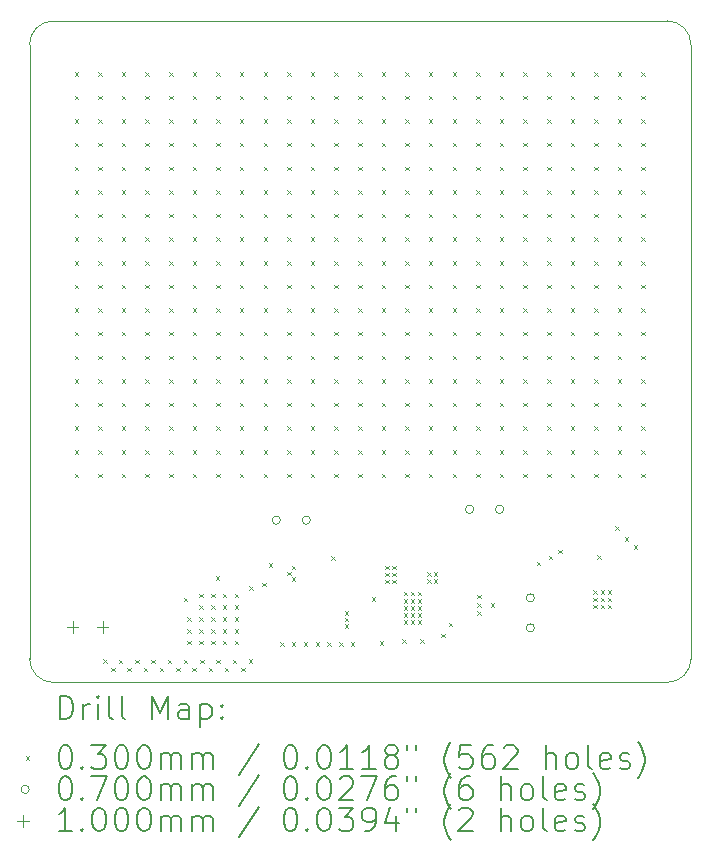
<source format=gbr>
%FSLAX45Y45*%
G04 Gerber Fmt 4.5, Leading zero omitted, Abs format (unit mm)*
G04 Created by KiCad (PCBNEW (6.0.0)) date 2022-01-13 15:12:21*
%MOMM*%
%LPD*%
G01*
G04 APERTURE LIST*
%TA.AperFunction,Profile*%
%ADD10C,0.050000*%
%TD*%
%ADD11C,0.200000*%
%ADD12C,0.030000*%
%ADD13C,0.070000*%
%ADD14C,0.100000*%
G04 APERTURE END LIST*
D10*
X13361000Y-12579000D02*
X18561000Y-12579000D01*
X13161000Y-12379000D02*
X13161000Y-7179000D01*
X18761000Y-12379000D02*
X18761000Y-7179000D01*
X18561000Y-12579000D02*
G75*
G03*
X18761000Y-12379000I0J200000D01*
G01*
X13161000Y-12379000D02*
G75*
G03*
X13361000Y-12579000I200000J0D01*
G01*
X13361000Y-6979000D02*
G75*
G03*
X13161000Y-7179000I0J-200000D01*
G01*
X18761000Y-7179000D02*
G75*
G03*
X18561000Y-6979000I-200000J0D01*
G01*
X13361000Y-6979000D02*
X18561000Y-6979000D01*
D11*
D12*
X13542000Y-7412000D02*
X13572000Y-7442000D01*
X13572000Y-7412000D02*
X13542000Y-7442000D01*
X13542000Y-7612000D02*
X13572000Y-7642000D01*
X13572000Y-7612000D02*
X13542000Y-7642000D01*
X13542000Y-7812000D02*
X13572000Y-7842000D01*
X13572000Y-7812000D02*
X13542000Y-7842000D01*
X13542000Y-8012000D02*
X13572000Y-8042000D01*
X13572000Y-8012000D02*
X13542000Y-8042000D01*
X13542000Y-8212000D02*
X13572000Y-8242000D01*
X13572000Y-8212000D02*
X13542000Y-8242000D01*
X13542000Y-8412000D02*
X13572000Y-8442000D01*
X13572000Y-8412000D02*
X13542000Y-8442000D01*
X13542000Y-8612000D02*
X13572000Y-8642000D01*
X13572000Y-8612000D02*
X13542000Y-8642000D01*
X13542000Y-8812000D02*
X13572000Y-8842000D01*
X13572000Y-8812000D02*
X13542000Y-8842000D01*
X13542000Y-9012000D02*
X13572000Y-9042000D01*
X13572000Y-9012000D02*
X13542000Y-9042000D01*
X13542000Y-9212000D02*
X13572000Y-9242000D01*
X13572000Y-9212000D02*
X13542000Y-9242000D01*
X13542000Y-9412000D02*
X13572000Y-9442000D01*
X13572000Y-9412000D02*
X13542000Y-9442000D01*
X13542000Y-9612000D02*
X13572000Y-9642000D01*
X13572000Y-9612000D02*
X13542000Y-9642000D01*
X13542000Y-9812000D02*
X13572000Y-9842000D01*
X13572000Y-9812000D02*
X13542000Y-9842000D01*
X13542000Y-10012000D02*
X13572000Y-10042000D01*
X13572000Y-10012000D02*
X13542000Y-10042000D01*
X13542000Y-10212000D02*
X13572000Y-10242000D01*
X13572000Y-10212000D02*
X13542000Y-10242000D01*
X13542000Y-10412000D02*
X13572000Y-10442000D01*
X13572000Y-10412000D02*
X13542000Y-10442000D01*
X13542000Y-10612000D02*
X13572000Y-10642000D01*
X13572000Y-10612000D02*
X13542000Y-10642000D01*
X13542000Y-10812000D02*
X13572000Y-10842000D01*
X13572000Y-10812000D02*
X13542000Y-10842000D01*
X13742000Y-7412000D02*
X13772000Y-7442000D01*
X13772000Y-7412000D02*
X13742000Y-7442000D01*
X13742000Y-7612000D02*
X13772000Y-7642000D01*
X13772000Y-7612000D02*
X13742000Y-7642000D01*
X13742000Y-7812000D02*
X13772000Y-7842000D01*
X13772000Y-7812000D02*
X13742000Y-7842000D01*
X13742000Y-8012000D02*
X13772000Y-8042000D01*
X13772000Y-8012000D02*
X13742000Y-8042000D01*
X13742000Y-8212000D02*
X13772000Y-8242000D01*
X13772000Y-8212000D02*
X13742000Y-8242000D01*
X13742000Y-8412000D02*
X13772000Y-8442000D01*
X13772000Y-8412000D02*
X13742000Y-8442000D01*
X13742000Y-8612000D02*
X13772000Y-8642000D01*
X13772000Y-8612000D02*
X13742000Y-8642000D01*
X13742000Y-8812000D02*
X13772000Y-8842000D01*
X13772000Y-8812000D02*
X13742000Y-8842000D01*
X13742000Y-9012000D02*
X13772000Y-9042000D01*
X13772000Y-9012000D02*
X13742000Y-9042000D01*
X13742000Y-9212000D02*
X13772000Y-9242000D01*
X13772000Y-9212000D02*
X13742000Y-9242000D01*
X13742000Y-9412000D02*
X13772000Y-9442000D01*
X13772000Y-9412000D02*
X13742000Y-9442000D01*
X13742000Y-9612000D02*
X13772000Y-9642000D01*
X13772000Y-9612000D02*
X13742000Y-9642000D01*
X13742000Y-9812000D02*
X13772000Y-9842000D01*
X13772000Y-9812000D02*
X13742000Y-9842000D01*
X13742000Y-10012000D02*
X13772000Y-10042000D01*
X13772000Y-10012000D02*
X13742000Y-10042000D01*
X13742000Y-10212000D02*
X13772000Y-10242000D01*
X13772000Y-10212000D02*
X13742000Y-10242000D01*
X13742000Y-10412000D02*
X13772000Y-10442000D01*
X13772000Y-10412000D02*
X13742000Y-10442000D01*
X13742000Y-10612000D02*
X13772000Y-10642000D01*
X13772000Y-10612000D02*
X13742000Y-10642000D01*
X13742000Y-10812000D02*
X13772000Y-10842000D01*
X13772000Y-10812000D02*
X13742000Y-10842000D01*
X13784000Y-12385000D02*
X13814000Y-12415000D01*
X13814000Y-12385000D02*
X13784000Y-12415000D01*
X13851000Y-12457000D02*
X13881000Y-12487000D01*
X13881000Y-12457000D02*
X13851000Y-12487000D01*
X13917000Y-12387000D02*
X13947000Y-12417000D01*
X13947000Y-12387000D02*
X13917000Y-12417000D01*
X13942000Y-7412000D02*
X13972000Y-7442000D01*
X13972000Y-7412000D02*
X13942000Y-7442000D01*
X13942000Y-7612000D02*
X13972000Y-7642000D01*
X13972000Y-7612000D02*
X13942000Y-7642000D01*
X13942000Y-7812000D02*
X13972000Y-7842000D01*
X13972000Y-7812000D02*
X13942000Y-7842000D01*
X13942000Y-8012000D02*
X13972000Y-8042000D01*
X13972000Y-8012000D02*
X13942000Y-8042000D01*
X13942000Y-8212000D02*
X13972000Y-8242000D01*
X13972000Y-8212000D02*
X13942000Y-8242000D01*
X13942000Y-8412000D02*
X13972000Y-8442000D01*
X13972000Y-8412000D02*
X13942000Y-8442000D01*
X13942000Y-8612000D02*
X13972000Y-8642000D01*
X13972000Y-8612000D02*
X13942000Y-8642000D01*
X13942000Y-8812000D02*
X13972000Y-8842000D01*
X13972000Y-8812000D02*
X13942000Y-8842000D01*
X13942000Y-9012000D02*
X13972000Y-9042000D01*
X13972000Y-9012000D02*
X13942000Y-9042000D01*
X13942000Y-9212000D02*
X13972000Y-9242000D01*
X13972000Y-9212000D02*
X13942000Y-9242000D01*
X13942000Y-9412000D02*
X13972000Y-9442000D01*
X13972000Y-9412000D02*
X13942000Y-9442000D01*
X13942000Y-9612000D02*
X13972000Y-9642000D01*
X13972000Y-9612000D02*
X13942000Y-9642000D01*
X13942000Y-9812000D02*
X13972000Y-9842000D01*
X13972000Y-9812000D02*
X13942000Y-9842000D01*
X13942000Y-10012000D02*
X13972000Y-10042000D01*
X13972000Y-10012000D02*
X13942000Y-10042000D01*
X13942000Y-10212000D02*
X13972000Y-10242000D01*
X13972000Y-10212000D02*
X13942000Y-10242000D01*
X13942000Y-10412000D02*
X13972000Y-10442000D01*
X13972000Y-10412000D02*
X13942000Y-10442000D01*
X13942000Y-10612000D02*
X13972000Y-10642000D01*
X13972000Y-10612000D02*
X13942000Y-10642000D01*
X13942000Y-10812000D02*
X13972000Y-10842000D01*
X13972000Y-10812000D02*
X13942000Y-10842000D01*
X13988625Y-12457000D02*
X14018625Y-12487000D01*
X14018625Y-12457000D02*
X13988625Y-12487000D01*
X14054625Y-12387000D02*
X14084625Y-12417000D01*
X14084625Y-12387000D02*
X14054625Y-12417000D01*
X14126250Y-12457000D02*
X14156250Y-12487000D01*
X14156250Y-12457000D02*
X14126250Y-12487000D01*
X14142000Y-7412000D02*
X14172000Y-7442000D01*
X14172000Y-7412000D02*
X14142000Y-7442000D01*
X14142000Y-7612000D02*
X14172000Y-7642000D01*
X14172000Y-7612000D02*
X14142000Y-7642000D01*
X14142000Y-7812000D02*
X14172000Y-7842000D01*
X14172000Y-7812000D02*
X14142000Y-7842000D01*
X14142000Y-8012000D02*
X14172000Y-8042000D01*
X14172000Y-8012000D02*
X14142000Y-8042000D01*
X14142000Y-8212000D02*
X14172000Y-8242000D01*
X14172000Y-8212000D02*
X14142000Y-8242000D01*
X14142000Y-8412000D02*
X14172000Y-8442000D01*
X14172000Y-8412000D02*
X14142000Y-8442000D01*
X14142000Y-8612000D02*
X14172000Y-8642000D01*
X14172000Y-8612000D02*
X14142000Y-8642000D01*
X14142000Y-8812000D02*
X14172000Y-8842000D01*
X14172000Y-8812000D02*
X14142000Y-8842000D01*
X14142000Y-9012000D02*
X14172000Y-9042000D01*
X14172000Y-9012000D02*
X14142000Y-9042000D01*
X14142000Y-9212000D02*
X14172000Y-9242000D01*
X14172000Y-9212000D02*
X14142000Y-9242000D01*
X14142000Y-9412000D02*
X14172000Y-9442000D01*
X14172000Y-9412000D02*
X14142000Y-9442000D01*
X14142000Y-9612000D02*
X14172000Y-9642000D01*
X14172000Y-9612000D02*
X14142000Y-9642000D01*
X14142000Y-9812000D02*
X14172000Y-9842000D01*
X14172000Y-9812000D02*
X14142000Y-9842000D01*
X14142000Y-10012000D02*
X14172000Y-10042000D01*
X14172000Y-10012000D02*
X14142000Y-10042000D01*
X14142000Y-10212000D02*
X14172000Y-10242000D01*
X14172000Y-10212000D02*
X14142000Y-10242000D01*
X14142000Y-10412000D02*
X14172000Y-10442000D01*
X14172000Y-10412000D02*
X14142000Y-10442000D01*
X14142000Y-10612000D02*
X14172000Y-10642000D01*
X14172000Y-10612000D02*
X14142000Y-10642000D01*
X14142000Y-10812000D02*
X14172000Y-10842000D01*
X14172000Y-10812000D02*
X14142000Y-10842000D01*
X14192250Y-12387000D02*
X14222250Y-12417000D01*
X14222250Y-12387000D02*
X14192250Y-12417000D01*
X14263875Y-12457000D02*
X14293875Y-12487000D01*
X14293875Y-12457000D02*
X14263875Y-12487000D01*
X14329875Y-12387000D02*
X14359875Y-12417000D01*
X14359875Y-12387000D02*
X14329875Y-12417000D01*
X14342000Y-7412000D02*
X14372000Y-7442000D01*
X14372000Y-7412000D02*
X14342000Y-7442000D01*
X14342000Y-7612000D02*
X14372000Y-7642000D01*
X14372000Y-7612000D02*
X14342000Y-7642000D01*
X14342000Y-7812000D02*
X14372000Y-7842000D01*
X14372000Y-7812000D02*
X14342000Y-7842000D01*
X14342000Y-8012000D02*
X14372000Y-8042000D01*
X14372000Y-8012000D02*
X14342000Y-8042000D01*
X14342000Y-8212000D02*
X14372000Y-8242000D01*
X14372000Y-8212000D02*
X14342000Y-8242000D01*
X14342000Y-8412000D02*
X14372000Y-8442000D01*
X14372000Y-8412000D02*
X14342000Y-8442000D01*
X14342000Y-8612000D02*
X14372000Y-8642000D01*
X14372000Y-8612000D02*
X14342000Y-8642000D01*
X14342000Y-8812000D02*
X14372000Y-8842000D01*
X14372000Y-8812000D02*
X14342000Y-8842000D01*
X14342000Y-9012000D02*
X14372000Y-9042000D01*
X14372000Y-9012000D02*
X14342000Y-9042000D01*
X14342000Y-9212000D02*
X14372000Y-9242000D01*
X14372000Y-9212000D02*
X14342000Y-9242000D01*
X14342000Y-9412000D02*
X14372000Y-9442000D01*
X14372000Y-9412000D02*
X14342000Y-9442000D01*
X14342000Y-9612000D02*
X14372000Y-9642000D01*
X14372000Y-9612000D02*
X14342000Y-9642000D01*
X14342000Y-9812000D02*
X14372000Y-9842000D01*
X14372000Y-9812000D02*
X14342000Y-9842000D01*
X14342000Y-10012000D02*
X14372000Y-10042000D01*
X14372000Y-10012000D02*
X14342000Y-10042000D01*
X14342000Y-10212000D02*
X14372000Y-10242000D01*
X14372000Y-10212000D02*
X14342000Y-10242000D01*
X14342000Y-10412000D02*
X14372000Y-10442000D01*
X14372000Y-10412000D02*
X14342000Y-10442000D01*
X14342000Y-10612000D02*
X14372000Y-10642000D01*
X14372000Y-10612000D02*
X14342000Y-10642000D01*
X14342000Y-10812000D02*
X14372000Y-10842000D01*
X14372000Y-10812000D02*
X14342000Y-10842000D01*
X14401500Y-12457000D02*
X14431500Y-12487000D01*
X14431500Y-12457000D02*
X14401500Y-12487000D01*
X14467500Y-12387000D02*
X14497500Y-12417000D01*
X14497500Y-12387000D02*
X14467500Y-12417000D01*
X14468000Y-11861000D02*
X14498000Y-11891000D01*
X14498000Y-11861000D02*
X14468000Y-11891000D01*
X14496000Y-12028000D02*
X14526000Y-12058000D01*
X14526000Y-12028000D02*
X14496000Y-12058000D01*
X14496000Y-12128000D02*
X14526000Y-12158000D01*
X14526000Y-12128000D02*
X14496000Y-12158000D01*
X14496000Y-12227000D02*
X14526000Y-12257000D01*
X14526000Y-12227000D02*
X14496000Y-12257000D01*
X14539125Y-12457000D02*
X14569125Y-12487000D01*
X14569125Y-12457000D02*
X14539125Y-12487000D01*
X14542000Y-7412000D02*
X14572000Y-7442000D01*
X14572000Y-7412000D02*
X14542000Y-7442000D01*
X14542000Y-7612000D02*
X14572000Y-7642000D01*
X14572000Y-7612000D02*
X14542000Y-7642000D01*
X14542000Y-7812000D02*
X14572000Y-7842000D01*
X14572000Y-7812000D02*
X14542000Y-7842000D01*
X14542000Y-8012000D02*
X14572000Y-8042000D01*
X14572000Y-8012000D02*
X14542000Y-8042000D01*
X14542000Y-8212000D02*
X14572000Y-8242000D01*
X14572000Y-8212000D02*
X14542000Y-8242000D01*
X14542000Y-8412000D02*
X14572000Y-8442000D01*
X14572000Y-8412000D02*
X14542000Y-8442000D01*
X14542000Y-8612000D02*
X14572000Y-8642000D01*
X14572000Y-8612000D02*
X14542000Y-8642000D01*
X14542000Y-8812000D02*
X14572000Y-8842000D01*
X14572000Y-8812000D02*
X14542000Y-8842000D01*
X14542000Y-9012000D02*
X14572000Y-9042000D01*
X14572000Y-9012000D02*
X14542000Y-9042000D01*
X14542000Y-9212000D02*
X14572000Y-9242000D01*
X14572000Y-9212000D02*
X14542000Y-9242000D01*
X14542000Y-9412000D02*
X14572000Y-9442000D01*
X14572000Y-9412000D02*
X14542000Y-9442000D01*
X14542000Y-9612000D02*
X14572000Y-9642000D01*
X14572000Y-9612000D02*
X14542000Y-9642000D01*
X14542000Y-9812000D02*
X14572000Y-9842000D01*
X14572000Y-9812000D02*
X14542000Y-9842000D01*
X14542000Y-10012000D02*
X14572000Y-10042000D01*
X14572000Y-10012000D02*
X14542000Y-10042000D01*
X14542000Y-10212000D02*
X14572000Y-10242000D01*
X14572000Y-10212000D02*
X14542000Y-10242000D01*
X14542000Y-10412000D02*
X14572000Y-10442000D01*
X14572000Y-10412000D02*
X14542000Y-10442000D01*
X14542000Y-10612000D02*
X14572000Y-10642000D01*
X14572000Y-10612000D02*
X14542000Y-10642000D01*
X14542000Y-10812000D02*
X14572000Y-10842000D01*
X14572000Y-10812000D02*
X14542000Y-10842000D01*
X14598000Y-11828000D02*
X14628000Y-11858000D01*
X14628000Y-11828000D02*
X14598000Y-11858000D01*
X14598000Y-11928000D02*
X14628000Y-11958000D01*
X14628000Y-11928000D02*
X14598000Y-11958000D01*
X14598000Y-12028000D02*
X14628000Y-12058000D01*
X14628000Y-12028000D02*
X14598000Y-12058000D01*
X14598000Y-12128000D02*
X14628000Y-12158000D01*
X14628000Y-12128000D02*
X14598000Y-12158000D01*
X14598000Y-12227000D02*
X14628000Y-12257000D01*
X14628000Y-12227000D02*
X14598000Y-12257000D01*
X14605125Y-12387000D02*
X14635125Y-12417000D01*
X14635125Y-12387000D02*
X14605125Y-12417000D01*
X14676750Y-12457000D02*
X14706750Y-12487000D01*
X14706750Y-12457000D02*
X14676750Y-12487000D01*
X14698000Y-11828000D02*
X14728000Y-11858000D01*
X14728000Y-11828000D02*
X14698000Y-11858000D01*
X14698000Y-11928000D02*
X14728000Y-11958000D01*
X14728000Y-11928000D02*
X14698000Y-11958000D01*
X14698000Y-12028000D02*
X14728000Y-12058000D01*
X14728000Y-12028000D02*
X14698000Y-12058000D01*
X14698000Y-12128000D02*
X14728000Y-12158000D01*
X14728000Y-12128000D02*
X14698000Y-12158000D01*
X14698000Y-12227000D02*
X14728000Y-12257000D01*
X14728000Y-12227000D02*
X14698000Y-12257000D01*
X14738500Y-11682000D02*
X14768500Y-11712000D01*
X14768500Y-11682000D02*
X14738500Y-11712000D01*
X14742000Y-7412000D02*
X14772000Y-7442000D01*
X14772000Y-7412000D02*
X14742000Y-7442000D01*
X14742000Y-7612000D02*
X14772000Y-7642000D01*
X14772000Y-7612000D02*
X14742000Y-7642000D01*
X14742000Y-7812000D02*
X14772000Y-7842000D01*
X14772000Y-7812000D02*
X14742000Y-7842000D01*
X14742000Y-8012000D02*
X14772000Y-8042000D01*
X14772000Y-8012000D02*
X14742000Y-8042000D01*
X14742000Y-8212000D02*
X14772000Y-8242000D01*
X14772000Y-8212000D02*
X14742000Y-8242000D01*
X14742000Y-8412000D02*
X14772000Y-8442000D01*
X14772000Y-8412000D02*
X14742000Y-8442000D01*
X14742000Y-8612000D02*
X14772000Y-8642000D01*
X14772000Y-8612000D02*
X14742000Y-8642000D01*
X14742000Y-8812000D02*
X14772000Y-8842000D01*
X14772000Y-8812000D02*
X14742000Y-8842000D01*
X14742000Y-9012000D02*
X14772000Y-9042000D01*
X14772000Y-9012000D02*
X14742000Y-9042000D01*
X14742000Y-9212000D02*
X14772000Y-9242000D01*
X14772000Y-9212000D02*
X14742000Y-9242000D01*
X14742000Y-9412000D02*
X14772000Y-9442000D01*
X14772000Y-9412000D02*
X14742000Y-9442000D01*
X14742000Y-9612000D02*
X14772000Y-9642000D01*
X14772000Y-9612000D02*
X14742000Y-9642000D01*
X14742000Y-9812000D02*
X14772000Y-9842000D01*
X14772000Y-9812000D02*
X14742000Y-9842000D01*
X14742000Y-10012000D02*
X14772000Y-10042000D01*
X14772000Y-10012000D02*
X14742000Y-10042000D01*
X14742000Y-10212000D02*
X14772000Y-10242000D01*
X14772000Y-10212000D02*
X14742000Y-10242000D01*
X14742000Y-10412000D02*
X14772000Y-10442000D01*
X14772000Y-10412000D02*
X14742000Y-10442000D01*
X14742000Y-10612000D02*
X14772000Y-10642000D01*
X14772000Y-10612000D02*
X14742000Y-10642000D01*
X14742000Y-10812000D02*
X14772000Y-10842000D01*
X14772000Y-10812000D02*
X14742000Y-10842000D01*
X14742750Y-12387000D02*
X14772750Y-12417000D01*
X14772750Y-12387000D02*
X14742750Y-12417000D01*
X14798000Y-11828000D02*
X14828000Y-11858000D01*
X14828000Y-11828000D02*
X14798000Y-11858000D01*
X14798000Y-11928000D02*
X14828000Y-11958000D01*
X14828000Y-11928000D02*
X14798000Y-11958000D01*
X14798000Y-12028000D02*
X14828000Y-12058000D01*
X14828000Y-12028000D02*
X14798000Y-12058000D01*
X14798000Y-12128000D02*
X14828000Y-12158000D01*
X14828000Y-12128000D02*
X14798000Y-12158000D01*
X14798000Y-12227000D02*
X14828000Y-12257000D01*
X14828000Y-12227000D02*
X14798000Y-12257000D01*
X14814375Y-12457000D02*
X14844375Y-12487000D01*
X14844375Y-12457000D02*
X14814375Y-12487000D01*
X14880375Y-12387000D02*
X14910375Y-12417000D01*
X14910375Y-12387000D02*
X14880375Y-12417000D01*
X14898000Y-11828000D02*
X14928000Y-11858000D01*
X14928000Y-11828000D02*
X14898000Y-11858000D01*
X14898000Y-11928000D02*
X14928000Y-11958000D01*
X14928000Y-11928000D02*
X14898000Y-11958000D01*
X14898000Y-12028000D02*
X14928000Y-12058000D01*
X14928000Y-12028000D02*
X14898000Y-12058000D01*
X14898000Y-12128000D02*
X14928000Y-12158000D01*
X14928000Y-12128000D02*
X14898000Y-12158000D01*
X14898000Y-12227000D02*
X14928000Y-12257000D01*
X14928000Y-12227000D02*
X14898000Y-12257000D01*
X14942000Y-7412000D02*
X14972000Y-7442000D01*
X14972000Y-7412000D02*
X14942000Y-7442000D01*
X14942000Y-7612000D02*
X14972000Y-7642000D01*
X14972000Y-7612000D02*
X14942000Y-7642000D01*
X14942000Y-7812000D02*
X14972000Y-7842000D01*
X14972000Y-7812000D02*
X14942000Y-7842000D01*
X14942000Y-8012000D02*
X14972000Y-8042000D01*
X14972000Y-8012000D02*
X14942000Y-8042000D01*
X14942000Y-8212000D02*
X14972000Y-8242000D01*
X14972000Y-8212000D02*
X14942000Y-8242000D01*
X14942000Y-8412000D02*
X14972000Y-8442000D01*
X14972000Y-8412000D02*
X14942000Y-8442000D01*
X14942000Y-8612000D02*
X14972000Y-8642000D01*
X14972000Y-8612000D02*
X14942000Y-8642000D01*
X14942000Y-8812000D02*
X14972000Y-8842000D01*
X14972000Y-8812000D02*
X14942000Y-8842000D01*
X14942000Y-9012000D02*
X14972000Y-9042000D01*
X14972000Y-9012000D02*
X14942000Y-9042000D01*
X14942000Y-9212000D02*
X14972000Y-9242000D01*
X14972000Y-9212000D02*
X14942000Y-9242000D01*
X14942000Y-9412000D02*
X14972000Y-9442000D01*
X14972000Y-9412000D02*
X14942000Y-9442000D01*
X14942000Y-9612000D02*
X14972000Y-9642000D01*
X14972000Y-9612000D02*
X14942000Y-9642000D01*
X14942000Y-9812000D02*
X14972000Y-9842000D01*
X14972000Y-9812000D02*
X14942000Y-9842000D01*
X14942000Y-10012000D02*
X14972000Y-10042000D01*
X14972000Y-10012000D02*
X14942000Y-10042000D01*
X14942000Y-10212000D02*
X14972000Y-10242000D01*
X14972000Y-10212000D02*
X14942000Y-10242000D01*
X14942000Y-10412000D02*
X14972000Y-10442000D01*
X14972000Y-10412000D02*
X14942000Y-10442000D01*
X14942000Y-10612000D02*
X14972000Y-10642000D01*
X14972000Y-10612000D02*
X14942000Y-10642000D01*
X14942000Y-10812000D02*
X14972000Y-10842000D01*
X14972000Y-10812000D02*
X14942000Y-10842000D01*
X14952000Y-12454000D02*
X14982000Y-12484000D01*
X14982000Y-12454000D02*
X14952000Y-12484000D01*
X15018000Y-12384000D02*
X15048000Y-12414000D01*
X15048000Y-12384000D02*
X15018000Y-12414000D01*
X15022000Y-11767000D02*
X15052000Y-11797000D01*
X15052000Y-11767000D02*
X15022000Y-11797000D01*
X15131999Y-11736001D02*
X15161999Y-11766001D01*
X15161999Y-11736001D02*
X15131999Y-11766001D01*
X15142000Y-7412000D02*
X15172000Y-7442000D01*
X15172000Y-7412000D02*
X15142000Y-7442000D01*
X15142000Y-7612000D02*
X15172000Y-7642000D01*
X15172000Y-7612000D02*
X15142000Y-7642000D01*
X15142000Y-7812000D02*
X15172000Y-7842000D01*
X15172000Y-7812000D02*
X15142000Y-7842000D01*
X15142000Y-8012000D02*
X15172000Y-8042000D01*
X15172000Y-8012000D02*
X15142000Y-8042000D01*
X15142000Y-8212000D02*
X15172000Y-8242000D01*
X15172000Y-8212000D02*
X15142000Y-8242000D01*
X15142000Y-8412000D02*
X15172000Y-8442000D01*
X15172000Y-8412000D02*
X15142000Y-8442000D01*
X15142000Y-8612000D02*
X15172000Y-8642000D01*
X15172000Y-8612000D02*
X15142000Y-8642000D01*
X15142000Y-8812000D02*
X15172000Y-8842000D01*
X15172000Y-8812000D02*
X15142000Y-8842000D01*
X15142000Y-9012000D02*
X15172000Y-9042000D01*
X15172000Y-9012000D02*
X15142000Y-9042000D01*
X15142000Y-9212000D02*
X15172000Y-9242000D01*
X15172000Y-9212000D02*
X15142000Y-9242000D01*
X15142000Y-9412000D02*
X15172000Y-9442000D01*
X15172000Y-9412000D02*
X15142000Y-9442000D01*
X15142000Y-9612000D02*
X15172000Y-9642000D01*
X15172000Y-9612000D02*
X15142000Y-9642000D01*
X15142000Y-9812000D02*
X15172000Y-9842000D01*
X15172000Y-9812000D02*
X15142000Y-9842000D01*
X15142000Y-10012000D02*
X15172000Y-10042000D01*
X15172000Y-10012000D02*
X15142000Y-10042000D01*
X15142000Y-10212000D02*
X15172000Y-10242000D01*
X15172000Y-10212000D02*
X15142000Y-10242000D01*
X15142000Y-10412000D02*
X15172000Y-10442000D01*
X15172000Y-10412000D02*
X15142000Y-10442000D01*
X15142000Y-10612000D02*
X15172000Y-10642000D01*
X15172000Y-10612000D02*
X15142000Y-10642000D01*
X15142000Y-10812000D02*
X15172000Y-10842000D01*
X15172000Y-10812000D02*
X15142000Y-10842000D01*
X15186000Y-11572000D02*
X15216000Y-11602000D01*
X15216000Y-11572000D02*
X15186000Y-11602000D01*
X15282000Y-12239000D02*
X15312000Y-12269000D01*
X15312000Y-12239000D02*
X15282000Y-12269000D01*
X15342000Y-7412000D02*
X15372000Y-7442000D01*
X15372000Y-7412000D02*
X15342000Y-7442000D01*
X15342000Y-7612000D02*
X15372000Y-7642000D01*
X15372000Y-7612000D02*
X15342000Y-7642000D01*
X15342000Y-7812000D02*
X15372000Y-7842000D01*
X15372000Y-7812000D02*
X15342000Y-7842000D01*
X15342000Y-8012000D02*
X15372000Y-8042000D01*
X15372000Y-8012000D02*
X15342000Y-8042000D01*
X15342000Y-8212000D02*
X15372000Y-8242000D01*
X15372000Y-8212000D02*
X15342000Y-8242000D01*
X15342000Y-8412000D02*
X15372000Y-8442000D01*
X15372000Y-8412000D02*
X15342000Y-8442000D01*
X15342000Y-8612000D02*
X15372000Y-8642000D01*
X15372000Y-8612000D02*
X15342000Y-8642000D01*
X15342000Y-8812000D02*
X15372000Y-8842000D01*
X15372000Y-8812000D02*
X15342000Y-8842000D01*
X15342000Y-9012000D02*
X15372000Y-9042000D01*
X15372000Y-9012000D02*
X15342000Y-9042000D01*
X15342000Y-9212000D02*
X15372000Y-9242000D01*
X15372000Y-9212000D02*
X15342000Y-9242000D01*
X15342000Y-9412000D02*
X15372000Y-9442000D01*
X15372000Y-9412000D02*
X15342000Y-9442000D01*
X15342000Y-9612000D02*
X15372000Y-9642000D01*
X15372000Y-9612000D02*
X15342000Y-9642000D01*
X15342000Y-9812000D02*
X15372000Y-9842000D01*
X15372000Y-9812000D02*
X15342000Y-9842000D01*
X15342000Y-10012000D02*
X15372000Y-10042000D01*
X15372000Y-10012000D02*
X15342000Y-10042000D01*
X15342000Y-10212000D02*
X15372000Y-10242000D01*
X15372000Y-10212000D02*
X15342000Y-10242000D01*
X15342000Y-10412000D02*
X15372000Y-10442000D01*
X15372000Y-10412000D02*
X15342000Y-10442000D01*
X15342000Y-10612000D02*
X15372000Y-10642000D01*
X15372000Y-10612000D02*
X15342000Y-10642000D01*
X15342000Y-10812000D02*
X15372000Y-10842000D01*
X15372000Y-10812000D02*
X15342000Y-10842000D01*
X15342000Y-11641000D02*
X15372000Y-11671000D01*
X15372000Y-11641000D02*
X15342000Y-11671000D01*
X15382000Y-11591000D02*
X15412000Y-11621000D01*
X15412000Y-11591000D02*
X15382000Y-11621000D01*
X15382000Y-11691000D02*
X15412000Y-11721000D01*
X15412000Y-11691000D02*
X15382000Y-11721000D01*
X15382000Y-12239000D02*
X15412000Y-12269000D01*
X15412000Y-12239000D02*
X15382000Y-12269000D01*
X15482000Y-12239000D02*
X15512000Y-12269000D01*
X15512000Y-12239000D02*
X15482000Y-12269000D01*
X15542000Y-7412000D02*
X15572000Y-7442000D01*
X15572000Y-7412000D02*
X15542000Y-7442000D01*
X15542000Y-7612000D02*
X15572000Y-7642000D01*
X15572000Y-7612000D02*
X15542000Y-7642000D01*
X15542000Y-7812000D02*
X15572000Y-7842000D01*
X15572000Y-7812000D02*
X15542000Y-7842000D01*
X15542000Y-8012000D02*
X15572000Y-8042000D01*
X15572000Y-8012000D02*
X15542000Y-8042000D01*
X15542000Y-8212000D02*
X15572000Y-8242000D01*
X15572000Y-8212000D02*
X15542000Y-8242000D01*
X15542000Y-8412000D02*
X15572000Y-8442000D01*
X15572000Y-8412000D02*
X15542000Y-8442000D01*
X15542000Y-8612000D02*
X15572000Y-8642000D01*
X15572000Y-8612000D02*
X15542000Y-8642000D01*
X15542000Y-8812000D02*
X15572000Y-8842000D01*
X15572000Y-8812000D02*
X15542000Y-8842000D01*
X15542000Y-9012000D02*
X15572000Y-9042000D01*
X15572000Y-9012000D02*
X15542000Y-9042000D01*
X15542000Y-9212000D02*
X15572000Y-9242000D01*
X15572000Y-9212000D02*
X15542000Y-9242000D01*
X15542000Y-9412000D02*
X15572000Y-9442000D01*
X15572000Y-9412000D02*
X15542000Y-9442000D01*
X15542000Y-9612000D02*
X15572000Y-9642000D01*
X15572000Y-9612000D02*
X15542000Y-9642000D01*
X15542000Y-9812000D02*
X15572000Y-9842000D01*
X15572000Y-9812000D02*
X15542000Y-9842000D01*
X15542000Y-10012000D02*
X15572000Y-10042000D01*
X15572000Y-10012000D02*
X15542000Y-10042000D01*
X15542000Y-10212000D02*
X15572000Y-10242000D01*
X15572000Y-10212000D02*
X15542000Y-10242000D01*
X15542000Y-10412000D02*
X15572000Y-10442000D01*
X15572000Y-10412000D02*
X15542000Y-10442000D01*
X15542000Y-10612000D02*
X15572000Y-10642000D01*
X15572000Y-10612000D02*
X15542000Y-10642000D01*
X15542000Y-10812000D02*
X15572000Y-10842000D01*
X15572000Y-10812000D02*
X15542000Y-10842000D01*
X15582000Y-12239000D02*
X15612000Y-12269000D01*
X15612000Y-12239000D02*
X15582000Y-12269000D01*
X15682000Y-12239000D02*
X15712000Y-12269000D01*
X15712000Y-12239000D02*
X15682000Y-12269000D01*
X15716000Y-11509000D02*
X15746000Y-11539000D01*
X15746000Y-11509000D02*
X15716000Y-11539000D01*
X15742000Y-7412000D02*
X15772000Y-7442000D01*
X15772000Y-7412000D02*
X15742000Y-7442000D01*
X15742000Y-7612000D02*
X15772000Y-7642000D01*
X15772000Y-7612000D02*
X15742000Y-7642000D01*
X15742000Y-7812000D02*
X15772000Y-7842000D01*
X15772000Y-7812000D02*
X15742000Y-7842000D01*
X15742000Y-8012000D02*
X15772000Y-8042000D01*
X15772000Y-8012000D02*
X15742000Y-8042000D01*
X15742000Y-8212000D02*
X15772000Y-8242000D01*
X15772000Y-8212000D02*
X15742000Y-8242000D01*
X15742000Y-8412000D02*
X15772000Y-8442000D01*
X15772000Y-8412000D02*
X15742000Y-8442000D01*
X15742000Y-8612000D02*
X15772000Y-8642000D01*
X15772000Y-8612000D02*
X15742000Y-8642000D01*
X15742000Y-8812000D02*
X15772000Y-8842000D01*
X15772000Y-8812000D02*
X15742000Y-8842000D01*
X15742000Y-9012000D02*
X15772000Y-9042000D01*
X15772000Y-9012000D02*
X15742000Y-9042000D01*
X15742000Y-9212000D02*
X15772000Y-9242000D01*
X15772000Y-9212000D02*
X15742000Y-9242000D01*
X15742000Y-9412000D02*
X15772000Y-9442000D01*
X15772000Y-9412000D02*
X15742000Y-9442000D01*
X15742000Y-9612000D02*
X15772000Y-9642000D01*
X15772000Y-9612000D02*
X15742000Y-9642000D01*
X15742000Y-9812000D02*
X15772000Y-9842000D01*
X15772000Y-9812000D02*
X15742000Y-9842000D01*
X15742000Y-10012000D02*
X15772000Y-10042000D01*
X15772000Y-10012000D02*
X15742000Y-10042000D01*
X15742000Y-10212000D02*
X15772000Y-10242000D01*
X15772000Y-10212000D02*
X15742000Y-10242000D01*
X15742000Y-10412000D02*
X15772000Y-10442000D01*
X15772000Y-10412000D02*
X15742000Y-10442000D01*
X15742000Y-10612000D02*
X15772000Y-10642000D01*
X15772000Y-10612000D02*
X15742000Y-10642000D01*
X15742000Y-10812000D02*
X15772000Y-10842000D01*
X15772000Y-10812000D02*
X15742000Y-10842000D01*
X15782000Y-12239000D02*
X15812000Y-12269000D01*
X15812000Y-12239000D02*
X15782000Y-12269000D01*
X15830000Y-11976000D02*
X15860000Y-12006000D01*
X15860000Y-11976000D02*
X15830000Y-12006000D01*
X15830000Y-12032500D02*
X15860000Y-12062500D01*
X15860000Y-12032500D02*
X15830000Y-12062500D01*
X15830000Y-12089000D02*
X15860000Y-12119000D01*
X15860000Y-12089000D02*
X15830000Y-12119000D01*
X15882000Y-12239000D02*
X15912000Y-12269000D01*
X15912000Y-12239000D02*
X15882000Y-12269000D01*
X15942000Y-7412000D02*
X15972000Y-7442000D01*
X15972000Y-7412000D02*
X15942000Y-7442000D01*
X15942000Y-7612000D02*
X15972000Y-7642000D01*
X15972000Y-7612000D02*
X15942000Y-7642000D01*
X15942000Y-7812000D02*
X15972000Y-7842000D01*
X15972000Y-7812000D02*
X15942000Y-7842000D01*
X15942000Y-8012000D02*
X15972000Y-8042000D01*
X15972000Y-8012000D02*
X15942000Y-8042000D01*
X15942000Y-8212000D02*
X15972000Y-8242000D01*
X15972000Y-8212000D02*
X15942000Y-8242000D01*
X15942000Y-8412000D02*
X15972000Y-8442000D01*
X15972000Y-8412000D02*
X15942000Y-8442000D01*
X15942000Y-8612000D02*
X15972000Y-8642000D01*
X15972000Y-8612000D02*
X15942000Y-8642000D01*
X15942000Y-8812000D02*
X15972000Y-8842000D01*
X15972000Y-8812000D02*
X15942000Y-8842000D01*
X15942000Y-9012000D02*
X15972000Y-9042000D01*
X15972000Y-9012000D02*
X15942000Y-9042000D01*
X15942000Y-9212000D02*
X15972000Y-9242000D01*
X15972000Y-9212000D02*
X15942000Y-9242000D01*
X15942000Y-9412000D02*
X15972000Y-9442000D01*
X15972000Y-9412000D02*
X15942000Y-9442000D01*
X15942000Y-9612000D02*
X15972000Y-9642000D01*
X15972000Y-9612000D02*
X15942000Y-9642000D01*
X15942000Y-9812000D02*
X15972000Y-9842000D01*
X15972000Y-9812000D02*
X15942000Y-9842000D01*
X15942000Y-10012000D02*
X15972000Y-10042000D01*
X15972000Y-10012000D02*
X15942000Y-10042000D01*
X15942000Y-10212000D02*
X15972000Y-10242000D01*
X15972000Y-10212000D02*
X15942000Y-10242000D01*
X15942000Y-10412000D02*
X15972000Y-10442000D01*
X15972000Y-10412000D02*
X15942000Y-10442000D01*
X15942000Y-10612000D02*
X15972000Y-10642000D01*
X15972000Y-10612000D02*
X15942000Y-10642000D01*
X15942000Y-10812000D02*
X15972000Y-10842000D01*
X15972000Y-10812000D02*
X15942000Y-10842000D01*
X16058500Y-11859000D02*
X16088500Y-11889000D01*
X16088500Y-11859000D02*
X16058500Y-11889000D01*
X16125000Y-12231000D02*
X16155000Y-12261000D01*
X16155000Y-12231000D02*
X16125000Y-12261000D01*
X16142000Y-7412000D02*
X16172000Y-7442000D01*
X16172000Y-7412000D02*
X16142000Y-7442000D01*
X16142000Y-7612000D02*
X16172000Y-7642000D01*
X16172000Y-7612000D02*
X16142000Y-7642000D01*
X16142000Y-7812000D02*
X16172000Y-7842000D01*
X16172000Y-7812000D02*
X16142000Y-7842000D01*
X16142000Y-8012000D02*
X16172000Y-8042000D01*
X16172000Y-8012000D02*
X16142000Y-8042000D01*
X16142000Y-8212000D02*
X16172000Y-8242000D01*
X16172000Y-8212000D02*
X16142000Y-8242000D01*
X16142000Y-8412000D02*
X16172000Y-8442000D01*
X16172000Y-8412000D02*
X16142000Y-8442000D01*
X16142000Y-8612000D02*
X16172000Y-8642000D01*
X16172000Y-8612000D02*
X16142000Y-8642000D01*
X16142000Y-8812000D02*
X16172000Y-8842000D01*
X16172000Y-8812000D02*
X16142000Y-8842000D01*
X16142000Y-9012000D02*
X16172000Y-9042000D01*
X16172000Y-9012000D02*
X16142000Y-9042000D01*
X16142000Y-9212000D02*
X16172000Y-9242000D01*
X16172000Y-9212000D02*
X16142000Y-9242000D01*
X16142000Y-9412000D02*
X16172000Y-9442000D01*
X16172000Y-9412000D02*
X16142000Y-9442000D01*
X16142000Y-9612000D02*
X16172000Y-9642000D01*
X16172000Y-9612000D02*
X16142000Y-9642000D01*
X16142000Y-9812000D02*
X16172000Y-9842000D01*
X16172000Y-9812000D02*
X16142000Y-9842000D01*
X16142000Y-10012000D02*
X16172000Y-10042000D01*
X16172000Y-10012000D02*
X16142000Y-10042000D01*
X16142000Y-10212000D02*
X16172000Y-10242000D01*
X16172000Y-10212000D02*
X16142000Y-10242000D01*
X16142000Y-10412000D02*
X16172000Y-10442000D01*
X16172000Y-10412000D02*
X16142000Y-10442000D01*
X16142000Y-10612000D02*
X16172000Y-10642000D01*
X16172000Y-10612000D02*
X16142000Y-10642000D01*
X16142000Y-10812000D02*
X16172000Y-10842000D01*
X16172000Y-10812000D02*
X16142000Y-10842000D01*
X16171000Y-11591500D02*
X16201000Y-11621500D01*
X16201000Y-11591500D02*
X16171000Y-11621500D01*
X16171000Y-11651000D02*
X16201000Y-11681000D01*
X16201000Y-11651000D02*
X16171000Y-11681000D01*
X16171000Y-11710500D02*
X16201000Y-11740500D01*
X16201000Y-11710500D02*
X16171000Y-11740500D01*
X16230000Y-11591500D02*
X16260000Y-11621500D01*
X16260000Y-11591500D02*
X16230000Y-11621500D01*
X16230000Y-11651000D02*
X16260000Y-11681000D01*
X16260000Y-11651000D02*
X16230000Y-11681000D01*
X16230000Y-11710500D02*
X16260000Y-11740500D01*
X16260000Y-11710500D02*
X16230000Y-11740500D01*
X16317000Y-12216000D02*
X16347000Y-12246000D01*
X16347000Y-12216000D02*
X16317000Y-12246000D01*
X16329000Y-11813000D02*
X16359000Y-11843000D01*
X16359000Y-11813000D02*
X16329000Y-11843000D01*
X16329000Y-11873000D02*
X16359000Y-11903000D01*
X16359000Y-11873000D02*
X16329000Y-11903000D01*
X16329000Y-11933000D02*
X16359000Y-11963000D01*
X16359000Y-11933000D02*
X16329000Y-11963000D01*
X16329000Y-11993000D02*
X16359000Y-12023000D01*
X16359000Y-11993000D02*
X16329000Y-12023000D01*
X16329000Y-12053000D02*
X16359000Y-12083000D01*
X16359000Y-12053000D02*
X16329000Y-12083000D01*
X16342000Y-7412000D02*
X16372000Y-7442000D01*
X16372000Y-7412000D02*
X16342000Y-7442000D01*
X16342000Y-7612000D02*
X16372000Y-7642000D01*
X16372000Y-7612000D02*
X16342000Y-7642000D01*
X16342000Y-7812000D02*
X16372000Y-7842000D01*
X16372000Y-7812000D02*
X16342000Y-7842000D01*
X16342000Y-8012000D02*
X16372000Y-8042000D01*
X16372000Y-8012000D02*
X16342000Y-8042000D01*
X16342000Y-8212000D02*
X16372000Y-8242000D01*
X16372000Y-8212000D02*
X16342000Y-8242000D01*
X16342000Y-8412000D02*
X16372000Y-8442000D01*
X16372000Y-8412000D02*
X16342000Y-8442000D01*
X16342000Y-8612000D02*
X16372000Y-8642000D01*
X16372000Y-8612000D02*
X16342000Y-8642000D01*
X16342000Y-8812000D02*
X16372000Y-8842000D01*
X16372000Y-8812000D02*
X16342000Y-8842000D01*
X16342000Y-9012000D02*
X16372000Y-9042000D01*
X16372000Y-9012000D02*
X16342000Y-9042000D01*
X16342000Y-9212000D02*
X16372000Y-9242000D01*
X16372000Y-9212000D02*
X16342000Y-9242000D01*
X16342000Y-9412000D02*
X16372000Y-9442000D01*
X16372000Y-9412000D02*
X16342000Y-9442000D01*
X16342000Y-9612000D02*
X16372000Y-9642000D01*
X16372000Y-9612000D02*
X16342000Y-9642000D01*
X16342000Y-9812000D02*
X16372000Y-9842000D01*
X16372000Y-9812000D02*
X16342000Y-9842000D01*
X16342000Y-10012000D02*
X16372000Y-10042000D01*
X16372000Y-10012000D02*
X16342000Y-10042000D01*
X16342000Y-10212000D02*
X16372000Y-10242000D01*
X16372000Y-10212000D02*
X16342000Y-10242000D01*
X16342000Y-10412000D02*
X16372000Y-10442000D01*
X16372000Y-10412000D02*
X16342000Y-10442000D01*
X16342000Y-10612000D02*
X16372000Y-10642000D01*
X16372000Y-10612000D02*
X16342000Y-10642000D01*
X16342000Y-10812000D02*
X16372000Y-10842000D01*
X16372000Y-10812000D02*
X16342000Y-10842000D01*
X16389000Y-11813000D02*
X16419000Y-11843000D01*
X16419000Y-11813000D02*
X16389000Y-11843000D01*
X16389000Y-11873000D02*
X16419000Y-11903000D01*
X16419000Y-11873000D02*
X16389000Y-11903000D01*
X16389000Y-11933000D02*
X16419000Y-11963000D01*
X16419000Y-11933000D02*
X16389000Y-11963000D01*
X16389000Y-11993000D02*
X16419000Y-12023000D01*
X16419000Y-11993000D02*
X16389000Y-12023000D01*
X16389000Y-12053000D02*
X16419000Y-12083000D01*
X16419000Y-12053000D02*
X16389000Y-12083000D01*
X16449000Y-11813000D02*
X16479000Y-11843000D01*
X16479000Y-11813000D02*
X16449000Y-11843000D01*
X16449000Y-11873000D02*
X16479000Y-11903000D01*
X16479000Y-11873000D02*
X16449000Y-11903000D01*
X16449000Y-11933000D02*
X16479000Y-11963000D01*
X16479000Y-11933000D02*
X16449000Y-11963000D01*
X16449000Y-11993000D02*
X16479000Y-12023000D01*
X16479000Y-11993000D02*
X16449000Y-12023000D01*
X16449000Y-12053000D02*
X16479000Y-12083000D01*
X16479000Y-12053000D02*
X16449000Y-12083000D01*
X16467000Y-12216000D02*
X16497000Y-12246000D01*
X16497000Y-12216000D02*
X16467000Y-12246000D01*
X16529000Y-11647000D02*
X16559000Y-11677000D01*
X16559000Y-11647000D02*
X16529000Y-11677000D01*
X16529000Y-11707000D02*
X16559000Y-11737000D01*
X16559000Y-11707000D02*
X16529000Y-11737000D01*
X16542000Y-7412000D02*
X16572000Y-7442000D01*
X16572000Y-7412000D02*
X16542000Y-7442000D01*
X16542000Y-7612000D02*
X16572000Y-7642000D01*
X16572000Y-7612000D02*
X16542000Y-7642000D01*
X16542000Y-7812000D02*
X16572000Y-7842000D01*
X16572000Y-7812000D02*
X16542000Y-7842000D01*
X16542000Y-8012000D02*
X16572000Y-8042000D01*
X16572000Y-8012000D02*
X16542000Y-8042000D01*
X16542000Y-8212000D02*
X16572000Y-8242000D01*
X16572000Y-8212000D02*
X16542000Y-8242000D01*
X16542000Y-8412000D02*
X16572000Y-8442000D01*
X16572000Y-8412000D02*
X16542000Y-8442000D01*
X16542000Y-8612000D02*
X16572000Y-8642000D01*
X16572000Y-8612000D02*
X16542000Y-8642000D01*
X16542000Y-8812000D02*
X16572000Y-8842000D01*
X16572000Y-8812000D02*
X16542000Y-8842000D01*
X16542000Y-9012000D02*
X16572000Y-9042000D01*
X16572000Y-9012000D02*
X16542000Y-9042000D01*
X16542000Y-9212000D02*
X16572000Y-9242000D01*
X16572000Y-9212000D02*
X16542000Y-9242000D01*
X16542000Y-9412000D02*
X16572000Y-9442000D01*
X16572000Y-9412000D02*
X16542000Y-9442000D01*
X16542000Y-9612000D02*
X16572000Y-9642000D01*
X16572000Y-9612000D02*
X16542000Y-9642000D01*
X16542000Y-9812000D02*
X16572000Y-9842000D01*
X16572000Y-9812000D02*
X16542000Y-9842000D01*
X16542000Y-10012000D02*
X16572000Y-10042000D01*
X16572000Y-10012000D02*
X16542000Y-10042000D01*
X16542000Y-10212000D02*
X16572000Y-10242000D01*
X16572000Y-10212000D02*
X16542000Y-10242000D01*
X16542000Y-10412000D02*
X16572000Y-10442000D01*
X16572000Y-10412000D02*
X16542000Y-10442000D01*
X16542000Y-10612000D02*
X16572000Y-10642000D01*
X16572000Y-10612000D02*
X16542000Y-10642000D01*
X16542000Y-10812000D02*
X16572000Y-10842000D01*
X16572000Y-10812000D02*
X16542000Y-10842000D01*
X16584000Y-11647000D02*
X16614000Y-11677000D01*
X16614000Y-11647000D02*
X16584000Y-11677000D01*
X16584000Y-11707000D02*
X16614000Y-11737000D01*
X16614000Y-11707000D02*
X16584000Y-11737000D01*
X16645000Y-12166000D02*
X16675000Y-12196000D01*
X16675000Y-12166000D02*
X16645000Y-12196000D01*
X16711000Y-12075000D02*
X16741000Y-12105000D01*
X16741000Y-12075000D02*
X16711000Y-12105000D01*
X16742000Y-7412000D02*
X16772000Y-7442000D01*
X16772000Y-7412000D02*
X16742000Y-7442000D01*
X16742000Y-7612000D02*
X16772000Y-7642000D01*
X16772000Y-7612000D02*
X16742000Y-7642000D01*
X16742000Y-7812000D02*
X16772000Y-7842000D01*
X16772000Y-7812000D02*
X16742000Y-7842000D01*
X16742000Y-8012000D02*
X16772000Y-8042000D01*
X16772000Y-8012000D02*
X16742000Y-8042000D01*
X16742000Y-8212000D02*
X16772000Y-8242000D01*
X16772000Y-8212000D02*
X16742000Y-8242000D01*
X16742000Y-8412000D02*
X16772000Y-8442000D01*
X16772000Y-8412000D02*
X16742000Y-8442000D01*
X16742000Y-8612000D02*
X16772000Y-8642000D01*
X16772000Y-8612000D02*
X16742000Y-8642000D01*
X16742000Y-8812000D02*
X16772000Y-8842000D01*
X16772000Y-8812000D02*
X16742000Y-8842000D01*
X16742000Y-9012000D02*
X16772000Y-9042000D01*
X16772000Y-9012000D02*
X16742000Y-9042000D01*
X16742000Y-9212000D02*
X16772000Y-9242000D01*
X16772000Y-9212000D02*
X16742000Y-9242000D01*
X16742000Y-9412000D02*
X16772000Y-9442000D01*
X16772000Y-9412000D02*
X16742000Y-9442000D01*
X16742000Y-9612000D02*
X16772000Y-9642000D01*
X16772000Y-9612000D02*
X16742000Y-9642000D01*
X16742000Y-9812000D02*
X16772000Y-9842000D01*
X16772000Y-9812000D02*
X16742000Y-9842000D01*
X16742000Y-10012000D02*
X16772000Y-10042000D01*
X16772000Y-10012000D02*
X16742000Y-10042000D01*
X16742000Y-10212000D02*
X16772000Y-10242000D01*
X16772000Y-10212000D02*
X16742000Y-10242000D01*
X16742000Y-10412000D02*
X16772000Y-10442000D01*
X16772000Y-10412000D02*
X16742000Y-10442000D01*
X16742000Y-10612000D02*
X16772000Y-10642000D01*
X16772000Y-10612000D02*
X16742000Y-10642000D01*
X16742000Y-10812000D02*
X16772000Y-10842000D01*
X16772000Y-10812000D02*
X16742000Y-10842000D01*
X16942000Y-7412000D02*
X16972000Y-7442000D01*
X16972000Y-7412000D02*
X16942000Y-7442000D01*
X16942000Y-7612000D02*
X16972000Y-7642000D01*
X16972000Y-7612000D02*
X16942000Y-7642000D01*
X16942000Y-7812000D02*
X16972000Y-7842000D01*
X16972000Y-7812000D02*
X16942000Y-7842000D01*
X16942000Y-8012000D02*
X16972000Y-8042000D01*
X16972000Y-8012000D02*
X16942000Y-8042000D01*
X16942000Y-8212000D02*
X16972000Y-8242000D01*
X16972000Y-8212000D02*
X16942000Y-8242000D01*
X16942000Y-8412000D02*
X16972000Y-8442000D01*
X16972000Y-8412000D02*
X16942000Y-8442000D01*
X16942000Y-8612000D02*
X16972000Y-8642000D01*
X16972000Y-8612000D02*
X16942000Y-8642000D01*
X16942000Y-8812000D02*
X16972000Y-8842000D01*
X16972000Y-8812000D02*
X16942000Y-8842000D01*
X16942000Y-9012000D02*
X16972000Y-9042000D01*
X16972000Y-9012000D02*
X16942000Y-9042000D01*
X16942000Y-9212000D02*
X16972000Y-9242000D01*
X16972000Y-9212000D02*
X16942000Y-9242000D01*
X16942000Y-9412000D02*
X16972000Y-9442000D01*
X16972000Y-9412000D02*
X16942000Y-9442000D01*
X16942000Y-9612000D02*
X16972000Y-9642000D01*
X16972000Y-9612000D02*
X16942000Y-9642000D01*
X16942000Y-9812000D02*
X16972000Y-9842000D01*
X16972000Y-9812000D02*
X16942000Y-9842000D01*
X16942000Y-10012000D02*
X16972000Y-10042000D01*
X16972000Y-10012000D02*
X16942000Y-10042000D01*
X16942000Y-10212000D02*
X16972000Y-10242000D01*
X16972000Y-10212000D02*
X16942000Y-10242000D01*
X16942000Y-10412000D02*
X16972000Y-10442000D01*
X16972000Y-10412000D02*
X16942000Y-10442000D01*
X16942000Y-10612000D02*
X16972000Y-10642000D01*
X16972000Y-10612000D02*
X16942000Y-10642000D01*
X16942000Y-10812000D02*
X16972000Y-10842000D01*
X16972000Y-10812000D02*
X16942000Y-10842000D01*
X16953000Y-11837000D02*
X16983000Y-11867000D01*
X16983000Y-11837000D02*
X16953000Y-11867000D01*
X16953000Y-11908000D02*
X16983000Y-11938000D01*
X16983000Y-11908000D02*
X16953000Y-11938000D01*
X16953000Y-11979000D02*
X16983000Y-12009000D01*
X16983000Y-11979000D02*
X16953000Y-12009000D01*
X17065000Y-11909000D02*
X17095000Y-11939000D01*
X17095000Y-11909000D02*
X17065000Y-11939000D01*
X17142000Y-7412000D02*
X17172000Y-7442000D01*
X17172000Y-7412000D02*
X17142000Y-7442000D01*
X17142000Y-7612000D02*
X17172000Y-7642000D01*
X17172000Y-7612000D02*
X17142000Y-7642000D01*
X17142000Y-7812000D02*
X17172000Y-7842000D01*
X17172000Y-7812000D02*
X17142000Y-7842000D01*
X17142000Y-8012000D02*
X17172000Y-8042000D01*
X17172000Y-8012000D02*
X17142000Y-8042000D01*
X17142000Y-8212000D02*
X17172000Y-8242000D01*
X17172000Y-8212000D02*
X17142000Y-8242000D01*
X17142000Y-8412000D02*
X17172000Y-8442000D01*
X17172000Y-8412000D02*
X17142000Y-8442000D01*
X17142000Y-8612000D02*
X17172000Y-8642000D01*
X17172000Y-8612000D02*
X17142000Y-8642000D01*
X17142000Y-8812000D02*
X17172000Y-8842000D01*
X17172000Y-8812000D02*
X17142000Y-8842000D01*
X17142000Y-9012000D02*
X17172000Y-9042000D01*
X17172000Y-9012000D02*
X17142000Y-9042000D01*
X17142000Y-9212000D02*
X17172000Y-9242000D01*
X17172000Y-9212000D02*
X17142000Y-9242000D01*
X17142000Y-9412000D02*
X17172000Y-9442000D01*
X17172000Y-9412000D02*
X17142000Y-9442000D01*
X17142000Y-9612000D02*
X17172000Y-9642000D01*
X17172000Y-9612000D02*
X17142000Y-9642000D01*
X17142000Y-9812000D02*
X17172000Y-9842000D01*
X17172000Y-9812000D02*
X17142000Y-9842000D01*
X17142000Y-10012000D02*
X17172000Y-10042000D01*
X17172000Y-10012000D02*
X17142000Y-10042000D01*
X17142000Y-10212000D02*
X17172000Y-10242000D01*
X17172000Y-10212000D02*
X17142000Y-10242000D01*
X17142000Y-10412000D02*
X17172000Y-10442000D01*
X17172000Y-10412000D02*
X17142000Y-10442000D01*
X17142000Y-10612000D02*
X17172000Y-10642000D01*
X17172000Y-10612000D02*
X17142000Y-10642000D01*
X17142000Y-10812000D02*
X17172000Y-10842000D01*
X17172000Y-10812000D02*
X17142000Y-10842000D01*
X17342000Y-7412000D02*
X17372000Y-7442000D01*
X17372000Y-7412000D02*
X17342000Y-7442000D01*
X17342000Y-7612000D02*
X17372000Y-7642000D01*
X17372000Y-7612000D02*
X17342000Y-7642000D01*
X17342000Y-7812000D02*
X17372000Y-7842000D01*
X17372000Y-7812000D02*
X17342000Y-7842000D01*
X17342000Y-8012000D02*
X17372000Y-8042000D01*
X17372000Y-8012000D02*
X17342000Y-8042000D01*
X17342000Y-8212000D02*
X17372000Y-8242000D01*
X17372000Y-8212000D02*
X17342000Y-8242000D01*
X17342000Y-8412000D02*
X17372000Y-8442000D01*
X17372000Y-8412000D02*
X17342000Y-8442000D01*
X17342000Y-8612000D02*
X17372000Y-8642000D01*
X17372000Y-8612000D02*
X17342000Y-8642000D01*
X17342000Y-8812000D02*
X17372000Y-8842000D01*
X17372000Y-8812000D02*
X17342000Y-8842000D01*
X17342000Y-9012000D02*
X17372000Y-9042000D01*
X17372000Y-9012000D02*
X17342000Y-9042000D01*
X17342000Y-9212000D02*
X17372000Y-9242000D01*
X17372000Y-9212000D02*
X17342000Y-9242000D01*
X17342000Y-9412000D02*
X17372000Y-9442000D01*
X17372000Y-9412000D02*
X17342000Y-9442000D01*
X17342000Y-9612000D02*
X17372000Y-9642000D01*
X17372000Y-9612000D02*
X17342000Y-9642000D01*
X17342000Y-9812000D02*
X17372000Y-9842000D01*
X17372000Y-9812000D02*
X17342000Y-9842000D01*
X17342000Y-10012000D02*
X17372000Y-10042000D01*
X17372000Y-10012000D02*
X17342000Y-10042000D01*
X17342000Y-10212000D02*
X17372000Y-10242000D01*
X17372000Y-10212000D02*
X17342000Y-10242000D01*
X17342000Y-10412000D02*
X17372000Y-10442000D01*
X17372000Y-10412000D02*
X17342000Y-10442000D01*
X17342000Y-10612000D02*
X17372000Y-10642000D01*
X17372000Y-10612000D02*
X17342000Y-10642000D01*
X17342000Y-10812000D02*
X17372000Y-10842000D01*
X17372000Y-10812000D02*
X17342000Y-10842000D01*
X17456000Y-11556000D02*
X17486000Y-11586000D01*
X17486000Y-11556000D02*
X17456000Y-11586000D01*
X17542000Y-7412000D02*
X17572000Y-7442000D01*
X17572000Y-7412000D02*
X17542000Y-7442000D01*
X17542000Y-7612000D02*
X17572000Y-7642000D01*
X17572000Y-7612000D02*
X17542000Y-7642000D01*
X17542000Y-7812000D02*
X17572000Y-7842000D01*
X17572000Y-7812000D02*
X17542000Y-7842000D01*
X17542000Y-8012000D02*
X17572000Y-8042000D01*
X17572000Y-8012000D02*
X17542000Y-8042000D01*
X17542000Y-8212000D02*
X17572000Y-8242000D01*
X17572000Y-8212000D02*
X17542000Y-8242000D01*
X17542000Y-8412000D02*
X17572000Y-8442000D01*
X17572000Y-8412000D02*
X17542000Y-8442000D01*
X17542000Y-8612000D02*
X17572000Y-8642000D01*
X17572000Y-8612000D02*
X17542000Y-8642000D01*
X17542000Y-8812000D02*
X17572000Y-8842000D01*
X17572000Y-8812000D02*
X17542000Y-8842000D01*
X17542000Y-9012000D02*
X17572000Y-9042000D01*
X17572000Y-9012000D02*
X17542000Y-9042000D01*
X17542000Y-9212000D02*
X17572000Y-9242000D01*
X17572000Y-9212000D02*
X17542000Y-9242000D01*
X17542000Y-9412000D02*
X17572000Y-9442000D01*
X17572000Y-9412000D02*
X17542000Y-9442000D01*
X17542000Y-9612000D02*
X17572000Y-9642000D01*
X17572000Y-9612000D02*
X17542000Y-9642000D01*
X17542000Y-9812000D02*
X17572000Y-9842000D01*
X17572000Y-9812000D02*
X17542000Y-9842000D01*
X17542000Y-10012000D02*
X17572000Y-10042000D01*
X17572000Y-10012000D02*
X17542000Y-10042000D01*
X17542000Y-10212000D02*
X17572000Y-10242000D01*
X17572000Y-10212000D02*
X17542000Y-10242000D01*
X17542000Y-10412000D02*
X17572000Y-10442000D01*
X17572000Y-10412000D02*
X17542000Y-10442000D01*
X17542000Y-10612000D02*
X17572000Y-10642000D01*
X17572000Y-10612000D02*
X17542000Y-10642000D01*
X17542000Y-10812000D02*
X17572000Y-10842000D01*
X17572000Y-10812000D02*
X17542000Y-10842000D01*
X17555000Y-11506000D02*
X17585000Y-11536000D01*
X17585000Y-11506000D02*
X17555000Y-11536000D01*
X17639000Y-11456000D02*
X17669000Y-11486000D01*
X17669000Y-11456000D02*
X17639000Y-11486000D01*
X17742000Y-7412000D02*
X17772000Y-7442000D01*
X17772000Y-7412000D02*
X17742000Y-7442000D01*
X17742000Y-7612000D02*
X17772000Y-7642000D01*
X17772000Y-7612000D02*
X17742000Y-7642000D01*
X17742000Y-7812000D02*
X17772000Y-7842000D01*
X17772000Y-7812000D02*
X17742000Y-7842000D01*
X17742000Y-8012000D02*
X17772000Y-8042000D01*
X17772000Y-8012000D02*
X17742000Y-8042000D01*
X17742000Y-8212000D02*
X17772000Y-8242000D01*
X17772000Y-8212000D02*
X17742000Y-8242000D01*
X17742000Y-8412000D02*
X17772000Y-8442000D01*
X17772000Y-8412000D02*
X17742000Y-8442000D01*
X17742000Y-8612000D02*
X17772000Y-8642000D01*
X17772000Y-8612000D02*
X17742000Y-8642000D01*
X17742000Y-8812000D02*
X17772000Y-8842000D01*
X17772000Y-8812000D02*
X17742000Y-8842000D01*
X17742000Y-9012000D02*
X17772000Y-9042000D01*
X17772000Y-9012000D02*
X17742000Y-9042000D01*
X17742000Y-9212000D02*
X17772000Y-9242000D01*
X17772000Y-9212000D02*
X17742000Y-9242000D01*
X17742000Y-9412000D02*
X17772000Y-9442000D01*
X17772000Y-9412000D02*
X17742000Y-9442000D01*
X17742000Y-9612000D02*
X17772000Y-9642000D01*
X17772000Y-9612000D02*
X17742000Y-9642000D01*
X17742000Y-9812000D02*
X17772000Y-9842000D01*
X17772000Y-9812000D02*
X17742000Y-9842000D01*
X17742000Y-10012000D02*
X17772000Y-10042000D01*
X17772000Y-10012000D02*
X17742000Y-10042000D01*
X17742000Y-10212000D02*
X17772000Y-10242000D01*
X17772000Y-10212000D02*
X17742000Y-10242000D01*
X17742000Y-10412000D02*
X17772000Y-10442000D01*
X17772000Y-10412000D02*
X17742000Y-10442000D01*
X17742000Y-10612000D02*
X17772000Y-10642000D01*
X17772000Y-10612000D02*
X17742000Y-10642000D01*
X17742000Y-10812000D02*
X17772000Y-10842000D01*
X17772000Y-10812000D02*
X17742000Y-10842000D01*
X17935000Y-11801000D02*
X17965000Y-11831000D01*
X17965000Y-11801000D02*
X17935000Y-11831000D01*
X17935000Y-11861000D02*
X17965000Y-11891000D01*
X17965000Y-11861000D02*
X17935000Y-11891000D01*
X17935000Y-11921000D02*
X17965000Y-11951000D01*
X17965000Y-11921000D02*
X17935000Y-11951000D01*
X17942000Y-7412000D02*
X17972000Y-7442000D01*
X17972000Y-7412000D02*
X17942000Y-7442000D01*
X17942000Y-7612000D02*
X17972000Y-7642000D01*
X17972000Y-7612000D02*
X17942000Y-7642000D01*
X17942000Y-7812000D02*
X17972000Y-7842000D01*
X17972000Y-7812000D02*
X17942000Y-7842000D01*
X17942000Y-8012000D02*
X17972000Y-8042000D01*
X17972000Y-8012000D02*
X17942000Y-8042000D01*
X17942000Y-8212000D02*
X17972000Y-8242000D01*
X17972000Y-8212000D02*
X17942000Y-8242000D01*
X17942000Y-8412000D02*
X17972000Y-8442000D01*
X17972000Y-8412000D02*
X17942000Y-8442000D01*
X17942000Y-8612000D02*
X17972000Y-8642000D01*
X17972000Y-8612000D02*
X17942000Y-8642000D01*
X17942000Y-8812000D02*
X17972000Y-8842000D01*
X17972000Y-8812000D02*
X17942000Y-8842000D01*
X17942000Y-9012000D02*
X17972000Y-9042000D01*
X17972000Y-9012000D02*
X17942000Y-9042000D01*
X17942000Y-9212000D02*
X17972000Y-9242000D01*
X17972000Y-9212000D02*
X17942000Y-9242000D01*
X17942000Y-9412000D02*
X17972000Y-9442000D01*
X17972000Y-9412000D02*
X17942000Y-9442000D01*
X17942000Y-9612000D02*
X17972000Y-9642000D01*
X17972000Y-9612000D02*
X17942000Y-9642000D01*
X17942000Y-9812000D02*
X17972000Y-9842000D01*
X17972000Y-9812000D02*
X17942000Y-9842000D01*
X17942000Y-10012000D02*
X17972000Y-10042000D01*
X17972000Y-10012000D02*
X17942000Y-10042000D01*
X17942000Y-10212000D02*
X17972000Y-10242000D01*
X17972000Y-10212000D02*
X17942000Y-10242000D01*
X17942000Y-10412000D02*
X17972000Y-10442000D01*
X17972000Y-10412000D02*
X17942000Y-10442000D01*
X17942000Y-10612000D02*
X17972000Y-10642000D01*
X17972000Y-10612000D02*
X17942000Y-10642000D01*
X17942000Y-10812000D02*
X17972000Y-10842000D01*
X17972000Y-10812000D02*
X17942000Y-10842000D01*
X17967000Y-11502000D02*
X17997000Y-11532000D01*
X17997000Y-11502000D02*
X17967000Y-11532000D01*
X17995000Y-11801000D02*
X18025000Y-11831000D01*
X18025000Y-11801000D02*
X17995000Y-11831000D01*
X17995000Y-11861000D02*
X18025000Y-11891000D01*
X18025000Y-11861000D02*
X17995000Y-11891000D01*
X17995000Y-11921000D02*
X18025000Y-11951000D01*
X18025000Y-11921000D02*
X17995000Y-11951000D01*
X18055000Y-11801000D02*
X18085000Y-11831000D01*
X18085000Y-11801000D02*
X18055000Y-11831000D01*
X18055000Y-11861000D02*
X18085000Y-11891000D01*
X18085000Y-11861000D02*
X18055000Y-11891000D01*
X18055000Y-11921000D02*
X18085000Y-11951000D01*
X18085000Y-11921000D02*
X18055000Y-11951000D01*
X18120000Y-11256000D02*
X18150000Y-11286000D01*
X18150000Y-11256000D02*
X18120000Y-11286000D01*
X18142000Y-7412000D02*
X18172000Y-7442000D01*
X18172000Y-7412000D02*
X18142000Y-7442000D01*
X18142000Y-7612000D02*
X18172000Y-7642000D01*
X18172000Y-7612000D02*
X18142000Y-7642000D01*
X18142000Y-7812000D02*
X18172000Y-7842000D01*
X18172000Y-7812000D02*
X18142000Y-7842000D01*
X18142000Y-8012000D02*
X18172000Y-8042000D01*
X18172000Y-8012000D02*
X18142000Y-8042000D01*
X18142000Y-8212000D02*
X18172000Y-8242000D01*
X18172000Y-8212000D02*
X18142000Y-8242000D01*
X18142000Y-8412000D02*
X18172000Y-8442000D01*
X18172000Y-8412000D02*
X18142000Y-8442000D01*
X18142000Y-8612000D02*
X18172000Y-8642000D01*
X18172000Y-8612000D02*
X18142000Y-8642000D01*
X18142000Y-8812000D02*
X18172000Y-8842000D01*
X18172000Y-8812000D02*
X18142000Y-8842000D01*
X18142000Y-9012000D02*
X18172000Y-9042000D01*
X18172000Y-9012000D02*
X18142000Y-9042000D01*
X18142000Y-9212000D02*
X18172000Y-9242000D01*
X18172000Y-9212000D02*
X18142000Y-9242000D01*
X18142000Y-9412000D02*
X18172000Y-9442000D01*
X18172000Y-9412000D02*
X18142000Y-9442000D01*
X18142000Y-9612000D02*
X18172000Y-9642000D01*
X18172000Y-9612000D02*
X18142000Y-9642000D01*
X18142000Y-9812000D02*
X18172000Y-9842000D01*
X18172000Y-9812000D02*
X18142000Y-9842000D01*
X18142000Y-10012000D02*
X18172000Y-10042000D01*
X18172000Y-10012000D02*
X18142000Y-10042000D01*
X18142000Y-10212000D02*
X18172000Y-10242000D01*
X18172000Y-10212000D02*
X18142000Y-10242000D01*
X18142000Y-10412000D02*
X18172000Y-10442000D01*
X18172000Y-10412000D02*
X18142000Y-10442000D01*
X18142000Y-10612000D02*
X18172000Y-10642000D01*
X18172000Y-10612000D02*
X18142000Y-10642000D01*
X18142000Y-10812000D02*
X18172000Y-10842000D01*
X18172000Y-10812000D02*
X18142000Y-10842000D01*
X18199000Y-11349000D02*
X18229000Y-11379000D01*
X18229000Y-11349000D02*
X18199000Y-11379000D01*
X18277000Y-11418000D02*
X18307000Y-11448000D01*
X18307000Y-11418000D02*
X18277000Y-11448000D01*
X18342000Y-7412000D02*
X18372000Y-7442000D01*
X18372000Y-7412000D02*
X18342000Y-7442000D01*
X18342000Y-7612000D02*
X18372000Y-7642000D01*
X18372000Y-7612000D02*
X18342000Y-7642000D01*
X18342000Y-7812000D02*
X18372000Y-7842000D01*
X18372000Y-7812000D02*
X18342000Y-7842000D01*
X18342000Y-8012000D02*
X18372000Y-8042000D01*
X18372000Y-8012000D02*
X18342000Y-8042000D01*
X18342000Y-8212000D02*
X18372000Y-8242000D01*
X18372000Y-8212000D02*
X18342000Y-8242000D01*
X18342000Y-8412000D02*
X18372000Y-8442000D01*
X18372000Y-8412000D02*
X18342000Y-8442000D01*
X18342000Y-8612000D02*
X18372000Y-8642000D01*
X18372000Y-8612000D02*
X18342000Y-8642000D01*
X18342000Y-8812000D02*
X18372000Y-8842000D01*
X18372000Y-8812000D02*
X18342000Y-8842000D01*
X18342000Y-9012000D02*
X18372000Y-9042000D01*
X18372000Y-9012000D02*
X18342000Y-9042000D01*
X18342000Y-9212000D02*
X18372000Y-9242000D01*
X18372000Y-9212000D02*
X18342000Y-9242000D01*
X18342000Y-9412000D02*
X18372000Y-9442000D01*
X18372000Y-9412000D02*
X18342000Y-9442000D01*
X18342000Y-9612000D02*
X18372000Y-9642000D01*
X18372000Y-9612000D02*
X18342000Y-9642000D01*
X18342000Y-9812000D02*
X18372000Y-9842000D01*
X18372000Y-9812000D02*
X18342000Y-9842000D01*
X18342000Y-10012000D02*
X18372000Y-10042000D01*
X18372000Y-10012000D02*
X18342000Y-10042000D01*
X18342000Y-10212000D02*
X18372000Y-10242000D01*
X18372000Y-10212000D02*
X18342000Y-10242000D01*
X18342000Y-10412000D02*
X18372000Y-10442000D01*
X18372000Y-10412000D02*
X18342000Y-10442000D01*
X18342000Y-10612000D02*
X18372000Y-10642000D01*
X18372000Y-10612000D02*
X18342000Y-10642000D01*
X18342000Y-10812000D02*
X18372000Y-10842000D01*
X18372000Y-10812000D02*
X18342000Y-10842000D01*
D13*
X15284000Y-11206000D02*
G75*
G03*
X15284000Y-11206000I-35000J0D01*
G01*
X15538000Y-11206000D02*
G75*
G03*
X15538000Y-11206000I-35000J0D01*
G01*
X16922000Y-11114000D02*
G75*
G03*
X16922000Y-11114000I-35000J0D01*
G01*
X17176000Y-11114000D02*
G75*
G03*
X17176000Y-11114000I-35000J0D01*
G01*
X17436000Y-11864000D02*
G75*
G03*
X17436000Y-11864000I-35000J0D01*
G01*
X17436000Y-12118000D02*
G75*
G03*
X17436000Y-12118000I-35000J0D01*
G01*
D14*
X13525000Y-12059000D02*
X13525000Y-12159000D01*
X13475000Y-12109000D02*
X13575000Y-12109000D01*
X13779000Y-12059000D02*
X13779000Y-12159000D01*
X13729000Y-12109000D02*
X13829000Y-12109000D01*
D11*
X13416119Y-12891976D02*
X13416119Y-12691976D01*
X13463738Y-12691976D01*
X13492309Y-12701500D01*
X13511357Y-12720548D01*
X13520881Y-12739595D01*
X13530405Y-12777690D01*
X13530405Y-12806262D01*
X13520881Y-12844357D01*
X13511357Y-12863405D01*
X13492309Y-12882452D01*
X13463738Y-12891976D01*
X13416119Y-12891976D01*
X13616119Y-12891976D02*
X13616119Y-12758643D01*
X13616119Y-12796738D02*
X13625643Y-12777690D01*
X13635167Y-12768167D01*
X13654214Y-12758643D01*
X13673262Y-12758643D01*
X13739928Y-12891976D02*
X13739928Y-12758643D01*
X13739928Y-12691976D02*
X13730405Y-12701500D01*
X13739928Y-12711024D01*
X13749452Y-12701500D01*
X13739928Y-12691976D01*
X13739928Y-12711024D01*
X13863738Y-12891976D02*
X13844690Y-12882452D01*
X13835167Y-12863405D01*
X13835167Y-12691976D01*
X13968500Y-12891976D02*
X13949452Y-12882452D01*
X13939928Y-12863405D01*
X13939928Y-12691976D01*
X14197071Y-12891976D02*
X14197071Y-12691976D01*
X14263738Y-12834833D01*
X14330405Y-12691976D01*
X14330405Y-12891976D01*
X14511357Y-12891976D02*
X14511357Y-12787214D01*
X14501833Y-12768167D01*
X14482786Y-12758643D01*
X14444690Y-12758643D01*
X14425643Y-12768167D01*
X14511357Y-12882452D02*
X14492309Y-12891976D01*
X14444690Y-12891976D01*
X14425643Y-12882452D01*
X14416119Y-12863405D01*
X14416119Y-12844357D01*
X14425643Y-12825310D01*
X14444690Y-12815786D01*
X14492309Y-12815786D01*
X14511357Y-12806262D01*
X14606595Y-12758643D02*
X14606595Y-12958643D01*
X14606595Y-12768167D02*
X14625643Y-12758643D01*
X14663738Y-12758643D01*
X14682786Y-12768167D01*
X14692309Y-12777690D01*
X14701833Y-12796738D01*
X14701833Y-12853881D01*
X14692309Y-12872929D01*
X14682786Y-12882452D01*
X14663738Y-12891976D01*
X14625643Y-12891976D01*
X14606595Y-12882452D01*
X14787548Y-12872929D02*
X14797071Y-12882452D01*
X14787548Y-12891976D01*
X14778024Y-12882452D01*
X14787548Y-12872929D01*
X14787548Y-12891976D01*
X14787548Y-12768167D02*
X14797071Y-12777690D01*
X14787548Y-12787214D01*
X14778024Y-12777690D01*
X14787548Y-12768167D01*
X14787548Y-12787214D01*
D12*
X13128500Y-13206500D02*
X13158500Y-13236500D01*
X13158500Y-13206500D02*
X13128500Y-13236500D01*
D11*
X13454214Y-13111976D02*
X13473262Y-13111976D01*
X13492309Y-13121500D01*
X13501833Y-13131024D01*
X13511357Y-13150071D01*
X13520881Y-13188167D01*
X13520881Y-13235786D01*
X13511357Y-13273881D01*
X13501833Y-13292929D01*
X13492309Y-13302452D01*
X13473262Y-13311976D01*
X13454214Y-13311976D01*
X13435167Y-13302452D01*
X13425643Y-13292929D01*
X13416119Y-13273881D01*
X13406595Y-13235786D01*
X13406595Y-13188167D01*
X13416119Y-13150071D01*
X13425643Y-13131024D01*
X13435167Y-13121500D01*
X13454214Y-13111976D01*
X13606595Y-13292929D02*
X13616119Y-13302452D01*
X13606595Y-13311976D01*
X13597071Y-13302452D01*
X13606595Y-13292929D01*
X13606595Y-13311976D01*
X13682786Y-13111976D02*
X13806595Y-13111976D01*
X13739928Y-13188167D01*
X13768500Y-13188167D01*
X13787548Y-13197690D01*
X13797071Y-13207214D01*
X13806595Y-13226262D01*
X13806595Y-13273881D01*
X13797071Y-13292929D01*
X13787548Y-13302452D01*
X13768500Y-13311976D01*
X13711357Y-13311976D01*
X13692309Y-13302452D01*
X13682786Y-13292929D01*
X13930405Y-13111976D02*
X13949452Y-13111976D01*
X13968500Y-13121500D01*
X13978024Y-13131024D01*
X13987548Y-13150071D01*
X13997071Y-13188167D01*
X13997071Y-13235786D01*
X13987548Y-13273881D01*
X13978024Y-13292929D01*
X13968500Y-13302452D01*
X13949452Y-13311976D01*
X13930405Y-13311976D01*
X13911357Y-13302452D01*
X13901833Y-13292929D01*
X13892309Y-13273881D01*
X13882786Y-13235786D01*
X13882786Y-13188167D01*
X13892309Y-13150071D01*
X13901833Y-13131024D01*
X13911357Y-13121500D01*
X13930405Y-13111976D01*
X14120881Y-13111976D02*
X14139928Y-13111976D01*
X14158976Y-13121500D01*
X14168500Y-13131024D01*
X14178024Y-13150071D01*
X14187548Y-13188167D01*
X14187548Y-13235786D01*
X14178024Y-13273881D01*
X14168500Y-13292929D01*
X14158976Y-13302452D01*
X14139928Y-13311976D01*
X14120881Y-13311976D01*
X14101833Y-13302452D01*
X14092309Y-13292929D01*
X14082786Y-13273881D01*
X14073262Y-13235786D01*
X14073262Y-13188167D01*
X14082786Y-13150071D01*
X14092309Y-13131024D01*
X14101833Y-13121500D01*
X14120881Y-13111976D01*
X14273262Y-13311976D02*
X14273262Y-13178643D01*
X14273262Y-13197690D02*
X14282786Y-13188167D01*
X14301833Y-13178643D01*
X14330405Y-13178643D01*
X14349452Y-13188167D01*
X14358976Y-13207214D01*
X14358976Y-13311976D01*
X14358976Y-13207214D02*
X14368500Y-13188167D01*
X14387548Y-13178643D01*
X14416119Y-13178643D01*
X14435167Y-13188167D01*
X14444690Y-13207214D01*
X14444690Y-13311976D01*
X14539928Y-13311976D02*
X14539928Y-13178643D01*
X14539928Y-13197690D02*
X14549452Y-13188167D01*
X14568500Y-13178643D01*
X14597071Y-13178643D01*
X14616119Y-13188167D01*
X14625643Y-13207214D01*
X14625643Y-13311976D01*
X14625643Y-13207214D02*
X14635167Y-13188167D01*
X14654214Y-13178643D01*
X14682786Y-13178643D01*
X14701833Y-13188167D01*
X14711357Y-13207214D01*
X14711357Y-13311976D01*
X15101833Y-13102452D02*
X14930405Y-13359595D01*
X15358976Y-13111976D02*
X15378024Y-13111976D01*
X15397071Y-13121500D01*
X15406595Y-13131024D01*
X15416119Y-13150071D01*
X15425643Y-13188167D01*
X15425643Y-13235786D01*
X15416119Y-13273881D01*
X15406595Y-13292929D01*
X15397071Y-13302452D01*
X15378024Y-13311976D01*
X15358976Y-13311976D01*
X15339928Y-13302452D01*
X15330405Y-13292929D01*
X15320881Y-13273881D01*
X15311357Y-13235786D01*
X15311357Y-13188167D01*
X15320881Y-13150071D01*
X15330405Y-13131024D01*
X15339928Y-13121500D01*
X15358976Y-13111976D01*
X15511357Y-13292929D02*
X15520881Y-13302452D01*
X15511357Y-13311976D01*
X15501833Y-13302452D01*
X15511357Y-13292929D01*
X15511357Y-13311976D01*
X15644690Y-13111976D02*
X15663738Y-13111976D01*
X15682786Y-13121500D01*
X15692309Y-13131024D01*
X15701833Y-13150071D01*
X15711357Y-13188167D01*
X15711357Y-13235786D01*
X15701833Y-13273881D01*
X15692309Y-13292929D01*
X15682786Y-13302452D01*
X15663738Y-13311976D01*
X15644690Y-13311976D01*
X15625643Y-13302452D01*
X15616119Y-13292929D01*
X15606595Y-13273881D01*
X15597071Y-13235786D01*
X15597071Y-13188167D01*
X15606595Y-13150071D01*
X15616119Y-13131024D01*
X15625643Y-13121500D01*
X15644690Y-13111976D01*
X15901833Y-13311976D02*
X15787548Y-13311976D01*
X15844690Y-13311976D02*
X15844690Y-13111976D01*
X15825643Y-13140548D01*
X15806595Y-13159595D01*
X15787548Y-13169119D01*
X16092309Y-13311976D02*
X15978024Y-13311976D01*
X16035167Y-13311976D02*
X16035167Y-13111976D01*
X16016119Y-13140548D01*
X15997071Y-13159595D01*
X15978024Y-13169119D01*
X16206595Y-13197690D02*
X16187548Y-13188167D01*
X16178024Y-13178643D01*
X16168500Y-13159595D01*
X16168500Y-13150071D01*
X16178024Y-13131024D01*
X16187548Y-13121500D01*
X16206595Y-13111976D01*
X16244690Y-13111976D01*
X16263738Y-13121500D01*
X16273262Y-13131024D01*
X16282786Y-13150071D01*
X16282786Y-13159595D01*
X16273262Y-13178643D01*
X16263738Y-13188167D01*
X16244690Y-13197690D01*
X16206595Y-13197690D01*
X16187548Y-13207214D01*
X16178024Y-13216738D01*
X16168500Y-13235786D01*
X16168500Y-13273881D01*
X16178024Y-13292929D01*
X16187548Y-13302452D01*
X16206595Y-13311976D01*
X16244690Y-13311976D01*
X16263738Y-13302452D01*
X16273262Y-13292929D01*
X16282786Y-13273881D01*
X16282786Y-13235786D01*
X16273262Y-13216738D01*
X16263738Y-13207214D01*
X16244690Y-13197690D01*
X16358976Y-13111976D02*
X16358976Y-13150071D01*
X16435167Y-13111976D02*
X16435167Y-13150071D01*
X16730405Y-13388167D02*
X16720881Y-13378643D01*
X16701833Y-13350071D01*
X16692309Y-13331024D01*
X16682786Y-13302452D01*
X16673262Y-13254833D01*
X16673262Y-13216738D01*
X16682786Y-13169119D01*
X16692309Y-13140548D01*
X16701833Y-13121500D01*
X16720881Y-13092929D01*
X16730405Y-13083405D01*
X16901833Y-13111976D02*
X16806595Y-13111976D01*
X16797071Y-13207214D01*
X16806595Y-13197690D01*
X16825643Y-13188167D01*
X16873262Y-13188167D01*
X16892310Y-13197690D01*
X16901833Y-13207214D01*
X16911357Y-13226262D01*
X16911357Y-13273881D01*
X16901833Y-13292929D01*
X16892310Y-13302452D01*
X16873262Y-13311976D01*
X16825643Y-13311976D01*
X16806595Y-13302452D01*
X16797071Y-13292929D01*
X17082786Y-13111976D02*
X17044690Y-13111976D01*
X17025643Y-13121500D01*
X17016119Y-13131024D01*
X16997071Y-13159595D01*
X16987548Y-13197690D01*
X16987548Y-13273881D01*
X16997071Y-13292929D01*
X17006595Y-13302452D01*
X17025643Y-13311976D01*
X17063738Y-13311976D01*
X17082786Y-13302452D01*
X17092310Y-13292929D01*
X17101833Y-13273881D01*
X17101833Y-13226262D01*
X17092310Y-13207214D01*
X17082786Y-13197690D01*
X17063738Y-13188167D01*
X17025643Y-13188167D01*
X17006595Y-13197690D01*
X16997071Y-13207214D01*
X16987548Y-13226262D01*
X17178024Y-13131024D02*
X17187548Y-13121500D01*
X17206595Y-13111976D01*
X17254214Y-13111976D01*
X17273262Y-13121500D01*
X17282786Y-13131024D01*
X17292310Y-13150071D01*
X17292310Y-13169119D01*
X17282786Y-13197690D01*
X17168500Y-13311976D01*
X17292310Y-13311976D01*
X17530405Y-13311976D02*
X17530405Y-13111976D01*
X17616119Y-13311976D02*
X17616119Y-13207214D01*
X17606595Y-13188167D01*
X17587548Y-13178643D01*
X17558976Y-13178643D01*
X17539929Y-13188167D01*
X17530405Y-13197690D01*
X17739929Y-13311976D02*
X17720881Y-13302452D01*
X17711357Y-13292929D01*
X17701833Y-13273881D01*
X17701833Y-13216738D01*
X17711357Y-13197690D01*
X17720881Y-13188167D01*
X17739929Y-13178643D01*
X17768500Y-13178643D01*
X17787548Y-13188167D01*
X17797071Y-13197690D01*
X17806595Y-13216738D01*
X17806595Y-13273881D01*
X17797071Y-13292929D01*
X17787548Y-13302452D01*
X17768500Y-13311976D01*
X17739929Y-13311976D01*
X17920881Y-13311976D02*
X17901833Y-13302452D01*
X17892310Y-13283405D01*
X17892310Y-13111976D01*
X18073262Y-13302452D02*
X18054214Y-13311976D01*
X18016119Y-13311976D01*
X17997071Y-13302452D01*
X17987548Y-13283405D01*
X17987548Y-13207214D01*
X17997071Y-13188167D01*
X18016119Y-13178643D01*
X18054214Y-13178643D01*
X18073262Y-13188167D01*
X18082786Y-13207214D01*
X18082786Y-13226262D01*
X17987548Y-13245310D01*
X18158976Y-13302452D02*
X18178024Y-13311976D01*
X18216119Y-13311976D01*
X18235167Y-13302452D01*
X18244690Y-13283405D01*
X18244690Y-13273881D01*
X18235167Y-13254833D01*
X18216119Y-13245310D01*
X18187548Y-13245310D01*
X18168500Y-13235786D01*
X18158976Y-13216738D01*
X18158976Y-13207214D01*
X18168500Y-13188167D01*
X18187548Y-13178643D01*
X18216119Y-13178643D01*
X18235167Y-13188167D01*
X18311357Y-13388167D02*
X18320881Y-13378643D01*
X18339929Y-13350071D01*
X18349452Y-13331024D01*
X18358976Y-13302452D01*
X18368500Y-13254833D01*
X18368500Y-13216738D01*
X18358976Y-13169119D01*
X18349452Y-13140548D01*
X18339929Y-13121500D01*
X18320881Y-13092929D01*
X18311357Y-13083405D01*
D13*
X13158500Y-13485500D02*
G75*
G03*
X13158500Y-13485500I-35000J0D01*
G01*
D11*
X13454214Y-13375976D02*
X13473262Y-13375976D01*
X13492309Y-13385500D01*
X13501833Y-13395024D01*
X13511357Y-13414071D01*
X13520881Y-13452167D01*
X13520881Y-13499786D01*
X13511357Y-13537881D01*
X13501833Y-13556929D01*
X13492309Y-13566452D01*
X13473262Y-13575976D01*
X13454214Y-13575976D01*
X13435167Y-13566452D01*
X13425643Y-13556929D01*
X13416119Y-13537881D01*
X13406595Y-13499786D01*
X13406595Y-13452167D01*
X13416119Y-13414071D01*
X13425643Y-13395024D01*
X13435167Y-13385500D01*
X13454214Y-13375976D01*
X13606595Y-13556929D02*
X13616119Y-13566452D01*
X13606595Y-13575976D01*
X13597071Y-13566452D01*
X13606595Y-13556929D01*
X13606595Y-13575976D01*
X13682786Y-13375976D02*
X13816119Y-13375976D01*
X13730405Y-13575976D01*
X13930405Y-13375976D02*
X13949452Y-13375976D01*
X13968500Y-13385500D01*
X13978024Y-13395024D01*
X13987548Y-13414071D01*
X13997071Y-13452167D01*
X13997071Y-13499786D01*
X13987548Y-13537881D01*
X13978024Y-13556929D01*
X13968500Y-13566452D01*
X13949452Y-13575976D01*
X13930405Y-13575976D01*
X13911357Y-13566452D01*
X13901833Y-13556929D01*
X13892309Y-13537881D01*
X13882786Y-13499786D01*
X13882786Y-13452167D01*
X13892309Y-13414071D01*
X13901833Y-13395024D01*
X13911357Y-13385500D01*
X13930405Y-13375976D01*
X14120881Y-13375976D02*
X14139928Y-13375976D01*
X14158976Y-13385500D01*
X14168500Y-13395024D01*
X14178024Y-13414071D01*
X14187548Y-13452167D01*
X14187548Y-13499786D01*
X14178024Y-13537881D01*
X14168500Y-13556929D01*
X14158976Y-13566452D01*
X14139928Y-13575976D01*
X14120881Y-13575976D01*
X14101833Y-13566452D01*
X14092309Y-13556929D01*
X14082786Y-13537881D01*
X14073262Y-13499786D01*
X14073262Y-13452167D01*
X14082786Y-13414071D01*
X14092309Y-13395024D01*
X14101833Y-13385500D01*
X14120881Y-13375976D01*
X14273262Y-13575976D02*
X14273262Y-13442643D01*
X14273262Y-13461690D02*
X14282786Y-13452167D01*
X14301833Y-13442643D01*
X14330405Y-13442643D01*
X14349452Y-13452167D01*
X14358976Y-13471214D01*
X14358976Y-13575976D01*
X14358976Y-13471214D02*
X14368500Y-13452167D01*
X14387548Y-13442643D01*
X14416119Y-13442643D01*
X14435167Y-13452167D01*
X14444690Y-13471214D01*
X14444690Y-13575976D01*
X14539928Y-13575976D02*
X14539928Y-13442643D01*
X14539928Y-13461690D02*
X14549452Y-13452167D01*
X14568500Y-13442643D01*
X14597071Y-13442643D01*
X14616119Y-13452167D01*
X14625643Y-13471214D01*
X14625643Y-13575976D01*
X14625643Y-13471214D02*
X14635167Y-13452167D01*
X14654214Y-13442643D01*
X14682786Y-13442643D01*
X14701833Y-13452167D01*
X14711357Y-13471214D01*
X14711357Y-13575976D01*
X15101833Y-13366452D02*
X14930405Y-13623595D01*
X15358976Y-13375976D02*
X15378024Y-13375976D01*
X15397071Y-13385500D01*
X15406595Y-13395024D01*
X15416119Y-13414071D01*
X15425643Y-13452167D01*
X15425643Y-13499786D01*
X15416119Y-13537881D01*
X15406595Y-13556929D01*
X15397071Y-13566452D01*
X15378024Y-13575976D01*
X15358976Y-13575976D01*
X15339928Y-13566452D01*
X15330405Y-13556929D01*
X15320881Y-13537881D01*
X15311357Y-13499786D01*
X15311357Y-13452167D01*
X15320881Y-13414071D01*
X15330405Y-13395024D01*
X15339928Y-13385500D01*
X15358976Y-13375976D01*
X15511357Y-13556929D02*
X15520881Y-13566452D01*
X15511357Y-13575976D01*
X15501833Y-13566452D01*
X15511357Y-13556929D01*
X15511357Y-13575976D01*
X15644690Y-13375976D02*
X15663738Y-13375976D01*
X15682786Y-13385500D01*
X15692309Y-13395024D01*
X15701833Y-13414071D01*
X15711357Y-13452167D01*
X15711357Y-13499786D01*
X15701833Y-13537881D01*
X15692309Y-13556929D01*
X15682786Y-13566452D01*
X15663738Y-13575976D01*
X15644690Y-13575976D01*
X15625643Y-13566452D01*
X15616119Y-13556929D01*
X15606595Y-13537881D01*
X15597071Y-13499786D01*
X15597071Y-13452167D01*
X15606595Y-13414071D01*
X15616119Y-13395024D01*
X15625643Y-13385500D01*
X15644690Y-13375976D01*
X15787548Y-13395024D02*
X15797071Y-13385500D01*
X15816119Y-13375976D01*
X15863738Y-13375976D01*
X15882786Y-13385500D01*
X15892309Y-13395024D01*
X15901833Y-13414071D01*
X15901833Y-13433119D01*
X15892309Y-13461690D01*
X15778024Y-13575976D01*
X15901833Y-13575976D01*
X15968500Y-13375976D02*
X16101833Y-13375976D01*
X16016119Y-13575976D01*
X16263738Y-13375976D02*
X16225643Y-13375976D01*
X16206595Y-13385500D01*
X16197071Y-13395024D01*
X16178024Y-13423595D01*
X16168500Y-13461690D01*
X16168500Y-13537881D01*
X16178024Y-13556929D01*
X16187548Y-13566452D01*
X16206595Y-13575976D01*
X16244690Y-13575976D01*
X16263738Y-13566452D01*
X16273262Y-13556929D01*
X16282786Y-13537881D01*
X16282786Y-13490262D01*
X16273262Y-13471214D01*
X16263738Y-13461690D01*
X16244690Y-13452167D01*
X16206595Y-13452167D01*
X16187548Y-13461690D01*
X16178024Y-13471214D01*
X16168500Y-13490262D01*
X16358976Y-13375976D02*
X16358976Y-13414071D01*
X16435167Y-13375976D02*
X16435167Y-13414071D01*
X16730405Y-13652167D02*
X16720881Y-13642643D01*
X16701833Y-13614071D01*
X16692309Y-13595024D01*
X16682786Y-13566452D01*
X16673262Y-13518833D01*
X16673262Y-13480738D01*
X16682786Y-13433119D01*
X16692309Y-13404548D01*
X16701833Y-13385500D01*
X16720881Y-13356929D01*
X16730405Y-13347405D01*
X16892310Y-13375976D02*
X16854214Y-13375976D01*
X16835167Y-13385500D01*
X16825643Y-13395024D01*
X16806595Y-13423595D01*
X16797071Y-13461690D01*
X16797071Y-13537881D01*
X16806595Y-13556929D01*
X16816119Y-13566452D01*
X16835167Y-13575976D01*
X16873262Y-13575976D01*
X16892310Y-13566452D01*
X16901833Y-13556929D01*
X16911357Y-13537881D01*
X16911357Y-13490262D01*
X16901833Y-13471214D01*
X16892310Y-13461690D01*
X16873262Y-13452167D01*
X16835167Y-13452167D01*
X16816119Y-13461690D01*
X16806595Y-13471214D01*
X16797071Y-13490262D01*
X17149452Y-13575976D02*
X17149452Y-13375976D01*
X17235167Y-13575976D02*
X17235167Y-13471214D01*
X17225643Y-13452167D01*
X17206595Y-13442643D01*
X17178024Y-13442643D01*
X17158976Y-13452167D01*
X17149452Y-13461690D01*
X17358976Y-13575976D02*
X17339929Y-13566452D01*
X17330405Y-13556929D01*
X17320881Y-13537881D01*
X17320881Y-13480738D01*
X17330405Y-13461690D01*
X17339929Y-13452167D01*
X17358976Y-13442643D01*
X17387548Y-13442643D01*
X17406595Y-13452167D01*
X17416119Y-13461690D01*
X17425643Y-13480738D01*
X17425643Y-13537881D01*
X17416119Y-13556929D01*
X17406595Y-13566452D01*
X17387548Y-13575976D01*
X17358976Y-13575976D01*
X17539929Y-13575976D02*
X17520881Y-13566452D01*
X17511357Y-13547405D01*
X17511357Y-13375976D01*
X17692310Y-13566452D02*
X17673262Y-13575976D01*
X17635167Y-13575976D01*
X17616119Y-13566452D01*
X17606595Y-13547405D01*
X17606595Y-13471214D01*
X17616119Y-13452167D01*
X17635167Y-13442643D01*
X17673262Y-13442643D01*
X17692310Y-13452167D01*
X17701833Y-13471214D01*
X17701833Y-13490262D01*
X17606595Y-13509310D01*
X17778024Y-13566452D02*
X17797071Y-13575976D01*
X17835167Y-13575976D01*
X17854214Y-13566452D01*
X17863738Y-13547405D01*
X17863738Y-13537881D01*
X17854214Y-13518833D01*
X17835167Y-13509310D01*
X17806595Y-13509310D01*
X17787548Y-13499786D01*
X17778024Y-13480738D01*
X17778024Y-13471214D01*
X17787548Y-13452167D01*
X17806595Y-13442643D01*
X17835167Y-13442643D01*
X17854214Y-13452167D01*
X17930405Y-13652167D02*
X17939929Y-13642643D01*
X17958976Y-13614071D01*
X17968500Y-13595024D01*
X17978024Y-13566452D01*
X17987548Y-13518833D01*
X17987548Y-13480738D01*
X17978024Y-13433119D01*
X17968500Y-13404548D01*
X17958976Y-13385500D01*
X17939929Y-13356929D01*
X17930405Y-13347405D01*
D14*
X13108500Y-13699500D02*
X13108500Y-13799500D01*
X13058500Y-13749500D02*
X13158500Y-13749500D01*
D11*
X13520881Y-13839976D02*
X13406595Y-13839976D01*
X13463738Y-13839976D02*
X13463738Y-13639976D01*
X13444690Y-13668548D01*
X13425643Y-13687595D01*
X13406595Y-13697119D01*
X13606595Y-13820929D02*
X13616119Y-13830452D01*
X13606595Y-13839976D01*
X13597071Y-13830452D01*
X13606595Y-13820929D01*
X13606595Y-13839976D01*
X13739928Y-13639976D02*
X13758976Y-13639976D01*
X13778024Y-13649500D01*
X13787548Y-13659024D01*
X13797071Y-13678071D01*
X13806595Y-13716167D01*
X13806595Y-13763786D01*
X13797071Y-13801881D01*
X13787548Y-13820929D01*
X13778024Y-13830452D01*
X13758976Y-13839976D01*
X13739928Y-13839976D01*
X13720881Y-13830452D01*
X13711357Y-13820929D01*
X13701833Y-13801881D01*
X13692309Y-13763786D01*
X13692309Y-13716167D01*
X13701833Y-13678071D01*
X13711357Y-13659024D01*
X13720881Y-13649500D01*
X13739928Y-13639976D01*
X13930405Y-13639976D02*
X13949452Y-13639976D01*
X13968500Y-13649500D01*
X13978024Y-13659024D01*
X13987548Y-13678071D01*
X13997071Y-13716167D01*
X13997071Y-13763786D01*
X13987548Y-13801881D01*
X13978024Y-13820929D01*
X13968500Y-13830452D01*
X13949452Y-13839976D01*
X13930405Y-13839976D01*
X13911357Y-13830452D01*
X13901833Y-13820929D01*
X13892309Y-13801881D01*
X13882786Y-13763786D01*
X13882786Y-13716167D01*
X13892309Y-13678071D01*
X13901833Y-13659024D01*
X13911357Y-13649500D01*
X13930405Y-13639976D01*
X14120881Y-13639976D02*
X14139928Y-13639976D01*
X14158976Y-13649500D01*
X14168500Y-13659024D01*
X14178024Y-13678071D01*
X14187548Y-13716167D01*
X14187548Y-13763786D01*
X14178024Y-13801881D01*
X14168500Y-13820929D01*
X14158976Y-13830452D01*
X14139928Y-13839976D01*
X14120881Y-13839976D01*
X14101833Y-13830452D01*
X14092309Y-13820929D01*
X14082786Y-13801881D01*
X14073262Y-13763786D01*
X14073262Y-13716167D01*
X14082786Y-13678071D01*
X14092309Y-13659024D01*
X14101833Y-13649500D01*
X14120881Y-13639976D01*
X14273262Y-13839976D02*
X14273262Y-13706643D01*
X14273262Y-13725690D02*
X14282786Y-13716167D01*
X14301833Y-13706643D01*
X14330405Y-13706643D01*
X14349452Y-13716167D01*
X14358976Y-13735214D01*
X14358976Y-13839976D01*
X14358976Y-13735214D02*
X14368500Y-13716167D01*
X14387548Y-13706643D01*
X14416119Y-13706643D01*
X14435167Y-13716167D01*
X14444690Y-13735214D01*
X14444690Y-13839976D01*
X14539928Y-13839976D02*
X14539928Y-13706643D01*
X14539928Y-13725690D02*
X14549452Y-13716167D01*
X14568500Y-13706643D01*
X14597071Y-13706643D01*
X14616119Y-13716167D01*
X14625643Y-13735214D01*
X14625643Y-13839976D01*
X14625643Y-13735214D02*
X14635167Y-13716167D01*
X14654214Y-13706643D01*
X14682786Y-13706643D01*
X14701833Y-13716167D01*
X14711357Y-13735214D01*
X14711357Y-13839976D01*
X15101833Y-13630452D02*
X14930405Y-13887595D01*
X15358976Y-13639976D02*
X15378024Y-13639976D01*
X15397071Y-13649500D01*
X15406595Y-13659024D01*
X15416119Y-13678071D01*
X15425643Y-13716167D01*
X15425643Y-13763786D01*
X15416119Y-13801881D01*
X15406595Y-13820929D01*
X15397071Y-13830452D01*
X15378024Y-13839976D01*
X15358976Y-13839976D01*
X15339928Y-13830452D01*
X15330405Y-13820929D01*
X15320881Y-13801881D01*
X15311357Y-13763786D01*
X15311357Y-13716167D01*
X15320881Y-13678071D01*
X15330405Y-13659024D01*
X15339928Y-13649500D01*
X15358976Y-13639976D01*
X15511357Y-13820929D02*
X15520881Y-13830452D01*
X15511357Y-13839976D01*
X15501833Y-13830452D01*
X15511357Y-13820929D01*
X15511357Y-13839976D01*
X15644690Y-13639976D02*
X15663738Y-13639976D01*
X15682786Y-13649500D01*
X15692309Y-13659024D01*
X15701833Y-13678071D01*
X15711357Y-13716167D01*
X15711357Y-13763786D01*
X15701833Y-13801881D01*
X15692309Y-13820929D01*
X15682786Y-13830452D01*
X15663738Y-13839976D01*
X15644690Y-13839976D01*
X15625643Y-13830452D01*
X15616119Y-13820929D01*
X15606595Y-13801881D01*
X15597071Y-13763786D01*
X15597071Y-13716167D01*
X15606595Y-13678071D01*
X15616119Y-13659024D01*
X15625643Y-13649500D01*
X15644690Y-13639976D01*
X15778024Y-13639976D02*
X15901833Y-13639976D01*
X15835167Y-13716167D01*
X15863738Y-13716167D01*
X15882786Y-13725690D01*
X15892309Y-13735214D01*
X15901833Y-13754262D01*
X15901833Y-13801881D01*
X15892309Y-13820929D01*
X15882786Y-13830452D01*
X15863738Y-13839976D01*
X15806595Y-13839976D01*
X15787548Y-13830452D01*
X15778024Y-13820929D01*
X15997071Y-13839976D02*
X16035167Y-13839976D01*
X16054214Y-13830452D01*
X16063738Y-13820929D01*
X16082786Y-13792357D01*
X16092309Y-13754262D01*
X16092309Y-13678071D01*
X16082786Y-13659024D01*
X16073262Y-13649500D01*
X16054214Y-13639976D01*
X16016119Y-13639976D01*
X15997071Y-13649500D01*
X15987548Y-13659024D01*
X15978024Y-13678071D01*
X15978024Y-13725690D01*
X15987548Y-13744738D01*
X15997071Y-13754262D01*
X16016119Y-13763786D01*
X16054214Y-13763786D01*
X16073262Y-13754262D01*
X16082786Y-13744738D01*
X16092309Y-13725690D01*
X16263738Y-13706643D02*
X16263738Y-13839976D01*
X16216119Y-13630452D02*
X16168500Y-13773310D01*
X16292309Y-13773310D01*
X16358976Y-13639976D02*
X16358976Y-13678071D01*
X16435167Y-13639976D02*
X16435167Y-13678071D01*
X16730405Y-13916167D02*
X16720881Y-13906643D01*
X16701833Y-13878071D01*
X16692309Y-13859024D01*
X16682786Y-13830452D01*
X16673262Y-13782833D01*
X16673262Y-13744738D01*
X16682786Y-13697119D01*
X16692309Y-13668548D01*
X16701833Y-13649500D01*
X16720881Y-13620929D01*
X16730405Y-13611405D01*
X16797071Y-13659024D02*
X16806595Y-13649500D01*
X16825643Y-13639976D01*
X16873262Y-13639976D01*
X16892310Y-13649500D01*
X16901833Y-13659024D01*
X16911357Y-13678071D01*
X16911357Y-13697119D01*
X16901833Y-13725690D01*
X16787548Y-13839976D01*
X16911357Y-13839976D01*
X17149452Y-13839976D02*
X17149452Y-13639976D01*
X17235167Y-13839976D02*
X17235167Y-13735214D01*
X17225643Y-13716167D01*
X17206595Y-13706643D01*
X17178024Y-13706643D01*
X17158976Y-13716167D01*
X17149452Y-13725690D01*
X17358976Y-13839976D02*
X17339929Y-13830452D01*
X17330405Y-13820929D01*
X17320881Y-13801881D01*
X17320881Y-13744738D01*
X17330405Y-13725690D01*
X17339929Y-13716167D01*
X17358976Y-13706643D01*
X17387548Y-13706643D01*
X17406595Y-13716167D01*
X17416119Y-13725690D01*
X17425643Y-13744738D01*
X17425643Y-13801881D01*
X17416119Y-13820929D01*
X17406595Y-13830452D01*
X17387548Y-13839976D01*
X17358976Y-13839976D01*
X17539929Y-13839976D02*
X17520881Y-13830452D01*
X17511357Y-13811405D01*
X17511357Y-13639976D01*
X17692310Y-13830452D02*
X17673262Y-13839976D01*
X17635167Y-13839976D01*
X17616119Y-13830452D01*
X17606595Y-13811405D01*
X17606595Y-13735214D01*
X17616119Y-13716167D01*
X17635167Y-13706643D01*
X17673262Y-13706643D01*
X17692310Y-13716167D01*
X17701833Y-13735214D01*
X17701833Y-13754262D01*
X17606595Y-13773310D01*
X17778024Y-13830452D02*
X17797071Y-13839976D01*
X17835167Y-13839976D01*
X17854214Y-13830452D01*
X17863738Y-13811405D01*
X17863738Y-13801881D01*
X17854214Y-13782833D01*
X17835167Y-13773310D01*
X17806595Y-13773310D01*
X17787548Y-13763786D01*
X17778024Y-13744738D01*
X17778024Y-13735214D01*
X17787548Y-13716167D01*
X17806595Y-13706643D01*
X17835167Y-13706643D01*
X17854214Y-13716167D01*
X17930405Y-13916167D02*
X17939929Y-13906643D01*
X17958976Y-13878071D01*
X17968500Y-13859024D01*
X17978024Y-13830452D01*
X17987548Y-13782833D01*
X17987548Y-13744738D01*
X17978024Y-13697119D01*
X17968500Y-13668548D01*
X17958976Y-13649500D01*
X17939929Y-13620929D01*
X17930405Y-13611405D01*
M02*

</source>
